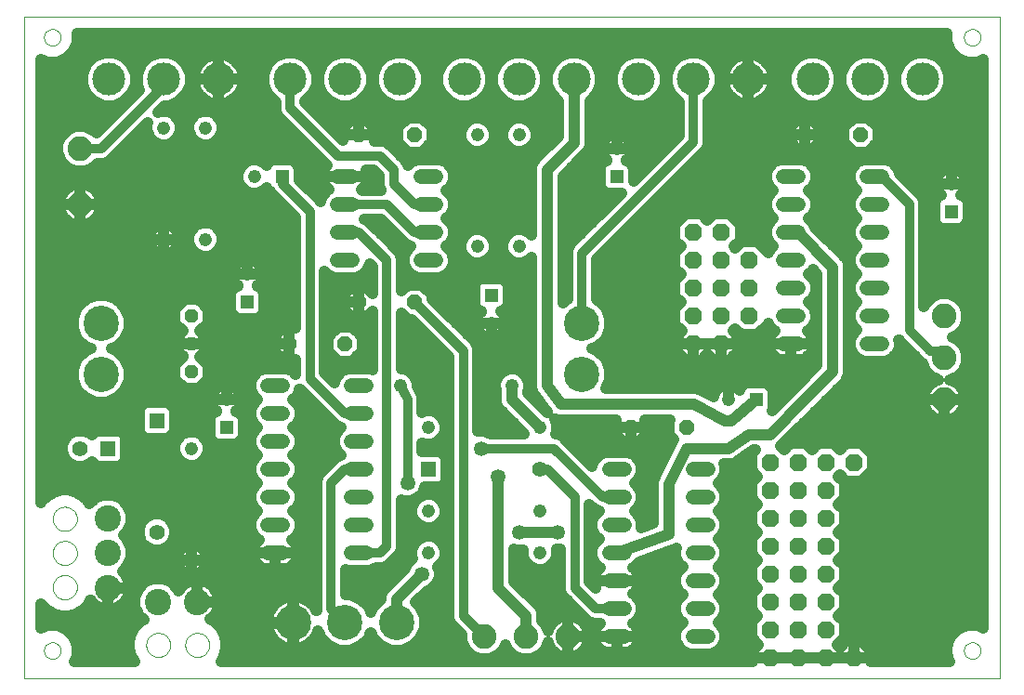
<source format=gtl>
G75*
G70*
%OFA0B0*%
%FSLAX24Y24*%
%IPPOS*%
%LPD*%
%AMOC8*
5,1,8,0,0,1.08239X$1,22.5*
%
%ADD10C,0.0000*%
%ADD11C,0.0520*%
%ADD12R,0.0476X0.0476*%
%ADD13C,0.0476*%
%ADD14C,0.1181*%
%ADD15OC8,0.0520*%
%ADD16R,0.0560X0.0560*%
%ADD17C,0.0560*%
%ADD18C,0.1266*%
%ADD19OC8,0.0630*%
%ADD20OC8,0.0476*%
%ADD21C,0.0554*%
%ADD22R,0.0554X0.0554*%
%ADD23C,0.0945*%
%ADD24C,0.0886*%
%ADD25C,0.0400*%
%ADD26C,0.0320*%
%ADD27C,0.0531*%
D10*
X000300Y000800D02*
X000300Y024550D01*
X035300Y024550D01*
X035300Y000800D01*
X000300Y000800D01*
X001005Y001800D02*
X001007Y001834D01*
X001013Y001868D01*
X001023Y001901D01*
X001036Y001932D01*
X001054Y001962D01*
X001074Y001990D01*
X001098Y002015D01*
X001124Y002037D01*
X001152Y002055D01*
X001183Y002071D01*
X001215Y002083D01*
X001249Y002091D01*
X001283Y002095D01*
X001317Y002095D01*
X001351Y002091D01*
X001385Y002083D01*
X001417Y002071D01*
X001447Y002055D01*
X001476Y002037D01*
X001502Y002015D01*
X001526Y001990D01*
X001546Y001962D01*
X001564Y001932D01*
X001577Y001901D01*
X001587Y001868D01*
X001593Y001834D01*
X001595Y001800D01*
X001593Y001766D01*
X001587Y001732D01*
X001577Y001699D01*
X001564Y001668D01*
X001546Y001638D01*
X001526Y001610D01*
X001502Y001585D01*
X001476Y001563D01*
X001448Y001545D01*
X001417Y001529D01*
X001385Y001517D01*
X001351Y001509D01*
X001317Y001505D01*
X001283Y001505D01*
X001249Y001509D01*
X001215Y001517D01*
X001183Y001529D01*
X001152Y001545D01*
X001124Y001563D01*
X001098Y001585D01*
X001074Y001610D01*
X001054Y001638D01*
X001036Y001668D01*
X001023Y001699D01*
X001013Y001732D01*
X001007Y001766D01*
X001005Y001800D01*
X001317Y004075D02*
X001319Y004116D01*
X001325Y004157D01*
X001335Y004197D01*
X001348Y004236D01*
X001365Y004273D01*
X001386Y004309D01*
X001410Y004343D01*
X001437Y004374D01*
X001466Y004402D01*
X001499Y004428D01*
X001533Y004450D01*
X001570Y004469D01*
X001608Y004484D01*
X001648Y004496D01*
X001688Y004504D01*
X001729Y004508D01*
X001771Y004508D01*
X001812Y004504D01*
X001852Y004496D01*
X001892Y004484D01*
X001930Y004469D01*
X001966Y004450D01*
X002001Y004428D01*
X002034Y004402D01*
X002063Y004374D01*
X002090Y004343D01*
X002114Y004309D01*
X002135Y004273D01*
X002152Y004236D01*
X002165Y004197D01*
X002175Y004157D01*
X002181Y004116D01*
X002183Y004075D01*
X002181Y004034D01*
X002175Y003993D01*
X002165Y003953D01*
X002152Y003914D01*
X002135Y003877D01*
X002114Y003841D01*
X002090Y003807D01*
X002063Y003776D01*
X002034Y003748D01*
X002001Y003722D01*
X001967Y003700D01*
X001930Y003681D01*
X001892Y003666D01*
X001852Y003654D01*
X001812Y003646D01*
X001771Y003642D01*
X001729Y003642D01*
X001688Y003646D01*
X001648Y003654D01*
X001608Y003666D01*
X001570Y003681D01*
X001534Y003700D01*
X001499Y003722D01*
X001466Y003748D01*
X001437Y003776D01*
X001410Y003807D01*
X001386Y003841D01*
X001365Y003877D01*
X001348Y003914D01*
X001335Y003953D01*
X001325Y003993D01*
X001319Y004034D01*
X001317Y004075D01*
X001317Y005300D02*
X001319Y005341D01*
X001325Y005382D01*
X001335Y005422D01*
X001348Y005461D01*
X001365Y005498D01*
X001386Y005534D01*
X001410Y005568D01*
X001437Y005599D01*
X001466Y005627D01*
X001499Y005653D01*
X001533Y005675D01*
X001570Y005694D01*
X001608Y005709D01*
X001648Y005721D01*
X001688Y005729D01*
X001729Y005733D01*
X001771Y005733D01*
X001812Y005729D01*
X001852Y005721D01*
X001892Y005709D01*
X001930Y005694D01*
X001966Y005675D01*
X002001Y005653D01*
X002034Y005627D01*
X002063Y005599D01*
X002090Y005568D01*
X002114Y005534D01*
X002135Y005498D01*
X002152Y005461D01*
X002165Y005422D01*
X002175Y005382D01*
X002181Y005341D01*
X002183Y005300D01*
X002181Y005259D01*
X002175Y005218D01*
X002165Y005178D01*
X002152Y005139D01*
X002135Y005102D01*
X002114Y005066D01*
X002090Y005032D01*
X002063Y005001D01*
X002034Y004973D01*
X002001Y004947D01*
X001967Y004925D01*
X001930Y004906D01*
X001892Y004891D01*
X001852Y004879D01*
X001812Y004871D01*
X001771Y004867D01*
X001729Y004867D01*
X001688Y004871D01*
X001648Y004879D01*
X001608Y004891D01*
X001570Y004906D01*
X001534Y004925D01*
X001499Y004947D01*
X001466Y004973D01*
X001437Y005001D01*
X001410Y005032D01*
X001386Y005066D01*
X001365Y005102D01*
X001348Y005139D01*
X001335Y005178D01*
X001325Y005218D01*
X001319Y005259D01*
X001317Y005300D01*
X001317Y006525D02*
X001319Y006566D01*
X001325Y006607D01*
X001335Y006647D01*
X001348Y006686D01*
X001365Y006723D01*
X001386Y006759D01*
X001410Y006793D01*
X001437Y006824D01*
X001466Y006852D01*
X001499Y006878D01*
X001533Y006900D01*
X001570Y006919D01*
X001608Y006934D01*
X001648Y006946D01*
X001688Y006954D01*
X001729Y006958D01*
X001771Y006958D01*
X001812Y006954D01*
X001852Y006946D01*
X001892Y006934D01*
X001930Y006919D01*
X001966Y006900D01*
X002001Y006878D01*
X002034Y006852D01*
X002063Y006824D01*
X002090Y006793D01*
X002114Y006759D01*
X002135Y006723D01*
X002152Y006686D01*
X002165Y006647D01*
X002175Y006607D01*
X002181Y006566D01*
X002183Y006525D01*
X002181Y006484D01*
X002175Y006443D01*
X002165Y006403D01*
X002152Y006364D01*
X002135Y006327D01*
X002114Y006291D01*
X002090Y006257D01*
X002063Y006226D01*
X002034Y006198D01*
X002001Y006172D01*
X001967Y006150D01*
X001930Y006131D01*
X001892Y006116D01*
X001852Y006104D01*
X001812Y006096D01*
X001771Y006092D01*
X001729Y006092D01*
X001688Y006096D01*
X001648Y006104D01*
X001608Y006116D01*
X001570Y006131D01*
X001534Y006150D01*
X001499Y006172D01*
X001466Y006198D01*
X001437Y006226D01*
X001410Y006257D01*
X001386Y006291D01*
X001365Y006327D01*
X001348Y006364D01*
X001335Y006403D01*
X001325Y006443D01*
X001319Y006484D01*
X001317Y006525D01*
X004667Y002000D02*
X004669Y002041D01*
X004675Y002082D01*
X004685Y002122D01*
X004698Y002161D01*
X004715Y002198D01*
X004736Y002234D01*
X004760Y002268D01*
X004787Y002299D01*
X004816Y002327D01*
X004849Y002353D01*
X004883Y002375D01*
X004920Y002394D01*
X004958Y002409D01*
X004998Y002421D01*
X005038Y002429D01*
X005079Y002433D01*
X005121Y002433D01*
X005162Y002429D01*
X005202Y002421D01*
X005242Y002409D01*
X005280Y002394D01*
X005316Y002375D01*
X005351Y002353D01*
X005384Y002327D01*
X005413Y002299D01*
X005440Y002268D01*
X005464Y002234D01*
X005485Y002198D01*
X005502Y002161D01*
X005515Y002122D01*
X005525Y002082D01*
X005531Y002041D01*
X005533Y002000D01*
X005531Y001959D01*
X005525Y001918D01*
X005515Y001878D01*
X005502Y001839D01*
X005485Y001802D01*
X005464Y001766D01*
X005440Y001732D01*
X005413Y001701D01*
X005384Y001673D01*
X005351Y001647D01*
X005317Y001625D01*
X005280Y001606D01*
X005242Y001591D01*
X005202Y001579D01*
X005162Y001571D01*
X005121Y001567D01*
X005079Y001567D01*
X005038Y001571D01*
X004998Y001579D01*
X004958Y001591D01*
X004920Y001606D01*
X004884Y001625D01*
X004849Y001647D01*
X004816Y001673D01*
X004787Y001701D01*
X004760Y001732D01*
X004736Y001766D01*
X004715Y001802D01*
X004698Y001839D01*
X004685Y001878D01*
X004675Y001918D01*
X004669Y001959D01*
X004667Y002000D01*
X006067Y002000D02*
X006069Y002041D01*
X006075Y002082D01*
X006085Y002122D01*
X006098Y002161D01*
X006115Y002198D01*
X006136Y002234D01*
X006160Y002268D01*
X006187Y002299D01*
X006216Y002327D01*
X006249Y002353D01*
X006283Y002375D01*
X006320Y002394D01*
X006358Y002409D01*
X006398Y002421D01*
X006438Y002429D01*
X006479Y002433D01*
X006521Y002433D01*
X006562Y002429D01*
X006602Y002421D01*
X006642Y002409D01*
X006680Y002394D01*
X006716Y002375D01*
X006751Y002353D01*
X006784Y002327D01*
X006813Y002299D01*
X006840Y002268D01*
X006864Y002234D01*
X006885Y002198D01*
X006902Y002161D01*
X006915Y002122D01*
X006925Y002082D01*
X006931Y002041D01*
X006933Y002000D01*
X006931Y001959D01*
X006925Y001918D01*
X006915Y001878D01*
X006902Y001839D01*
X006885Y001802D01*
X006864Y001766D01*
X006840Y001732D01*
X006813Y001701D01*
X006784Y001673D01*
X006751Y001647D01*
X006717Y001625D01*
X006680Y001606D01*
X006642Y001591D01*
X006602Y001579D01*
X006562Y001571D01*
X006521Y001567D01*
X006479Y001567D01*
X006438Y001571D01*
X006398Y001579D01*
X006358Y001591D01*
X006320Y001606D01*
X006284Y001625D01*
X006249Y001647D01*
X006216Y001673D01*
X006187Y001701D01*
X006160Y001732D01*
X006136Y001766D01*
X006115Y001802D01*
X006098Y001839D01*
X006085Y001878D01*
X006075Y001918D01*
X006069Y001959D01*
X006067Y002000D01*
X034005Y001800D02*
X034007Y001834D01*
X034013Y001868D01*
X034023Y001901D01*
X034036Y001932D01*
X034054Y001962D01*
X034074Y001990D01*
X034098Y002015D01*
X034124Y002037D01*
X034152Y002055D01*
X034183Y002071D01*
X034215Y002083D01*
X034249Y002091D01*
X034283Y002095D01*
X034317Y002095D01*
X034351Y002091D01*
X034385Y002083D01*
X034417Y002071D01*
X034447Y002055D01*
X034476Y002037D01*
X034502Y002015D01*
X034526Y001990D01*
X034546Y001962D01*
X034564Y001932D01*
X034577Y001901D01*
X034587Y001868D01*
X034593Y001834D01*
X034595Y001800D01*
X034593Y001766D01*
X034587Y001732D01*
X034577Y001699D01*
X034564Y001668D01*
X034546Y001638D01*
X034526Y001610D01*
X034502Y001585D01*
X034476Y001563D01*
X034448Y001545D01*
X034417Y001529D01*
X034385Y001517D01*
X034351Y001509D01*
X034317Y001505D01*
X034283Y001505D01*
X034249Y001509D01*
X034215Y001517D01*
X034183Y001529D01*
X034152Y001545D01*
X034124Y001563D01*
X034098Y001585D01*
X034074Y001610D01*
X034054Y001638D01*
X034036Y001668D01*
X034023Y001699D01*
X034013Y001732D01*
X034007Y001766D01*
X034005Y001800D01*
X034005Y023800D02*
X034007Y023834D01*
X034013Y023868D01*
X034023Y023901D01*
X034036Y023932D01*
X034054Y023962D01*
X034074Y023990D01*
X034098Y024015D01*
X034124Y024037D01*
X034152Y024055D01*
X034183Y024071D01*
X034215Y024083D01*
X034249Y024091D01*
X034283Y024095D01*
X034317Y024095D01*
X034351Y024091D01*
X034385Y024083D01*
X034417Y024071D01*
X034447Y024055D01*
X034476Y024037D01*
X034502Y024015D01*
X034526Y023990D01*
X034546Y023962D01*
X034564Y023932D01*
X034577Y023901D01*
X034587Y023868D01*
X034593Y023834D01*
X034595Y023800D01*
X034593Y023766D01*
X034587Y023732D01*
X034577Y023699D01*
X034564Y023668D01*
X034546Y023638D01*
X034526Y023610D01*
X034502Y023585D01*
X034476Y023563D01*
X034448Y023545D01*
X034417Y023529D01*
X034385Y023517D01*
X034351Y023509D01*
X034317Y023505D01*
X034283Y023505D01*
X034249Y023509D01*
X034215Y023517D01*
X034183Y023529D01*
X034152Y023545D01*
X034124Y023563D01*
X034098Y023585D01*
X034074Y023610D01*
X034054Y023638D01*
X034036Y023668D01*
X034023Y023699D01*
X034013Y023732D01*
X034007Y023766D01*
X034005Y023800D01*
X001005Y023800D02*
X001007Y023834D01*
X001013Y023868D01*
X001023Y023901D01*
X001036Y023932D01*
X001054Y023962D01*
X001074Y023990D01*
X001098Y024015D01*
X001124Y024037D01*
X001152Y024055D01*
X001183Y024071D01*
X001215Y024083D01*
X001249Y024091D01*
X001283Y024095D01*
X001317Y024095D01*
X001351Y024091D01*
X001385Y024083D01*
X001417Y024071D01*
X001447Y024055D01*
X001476Y024037D01*
X001502Y024015D01*
X001526Y023990D01*
X001546Y023962D01*
X001564Y023932D01*
X001577Y023901D01*
X001587Y023868D01*
X001593Y023834D01*
X001595Y023800D01*
X001593Y023766D01*
X001587Y023732D01*
X001577Y023699D01*
X001564Y023668D01*
X001546Y023638D01*
X001526Y023610D01*
X001502Y023585D01*
X001476Y023563D01*
X001448Y023545D01*
X001417Y023529D01*
X001385Y023517D01*
X001351Y023509D01*
X001317Y023505D01*
X001283Y023505D01*
X001249Y023509D01*
X001215Y023517D01*
X001183Y023529D01*
X001152Y023545D01*
X001124Y023563D01*
X001098Y023585D01*
X001074Y023610D01*
X001054Y023638D01*
X001036Y023668D01*
X001023Y023699D01*
X001013Y023732D01*
X001007Y023766D01*
X001005Y023800D01*
D11*
X011540Y018800D02*
X012060Y018800D01*
X012060Y017800D02*
X011540Y017800D01*
X011540Y016800D02*
X012060Y016800D01*
X012060Y015800D02*
X011540Y015800D01*
X014540Y015800D02*
X015060Y015800D01*
X015060Y016800D02*
X014540Y016800D01*
X014540Y017800D02*
X015060Y017800D01*
X015060Y018800D02*
X014540Y018800D01*
X012560Y011300D02*
X012040Y011300D01*
X012040Y010300D02*
X012560Y010300D01*
X012560Y009300D02*
X012040Y009300D01*
X012040Y008300D02*
X012560Y008300D01*
X012560Y007300D02*
X012040Y007300D01*
X012040Y006300D02*
X012560Y006300D01*
X012560Y005300D02*
X012040Y005300D01*
X009560Y005300D02*
X009040Y005300D01*
X009040Y006300D02*
X009560Y006300D01*
X009560Y007300D02*
X009040Y007300D01*
X009040Y008300D02*
X009560Y008300D01*
X009560Y009300D02*
X009040Y009300D01*
X009040Y010300D02*
X009560Y010300D01*
X009560Y011300D02*
X009040Y011300D01*
X021290Y008300D02*
X021810Y008300D01*
X021810Y007300D02*
X021290Y007300D01*
X021290Y006300D02*
X021810Y006300D01*
X021810Y005300D02*
X021290Y005300D01*
X021290Y004300D02*
X021810Y004300D01*
X021810Y003300D02*
X021290Y003300D01*
X021290Y002300D02*
X021810Y002300D01*
X024290Y002300D02*
X024810Y002300D01*
X024810Y003300D02*
X024290Y003300D01*
X024290Y004300D02*
X024810Y004300D01*
X024810Y005300D02*
X024290Y005300D01*
X024290Y006300D02*
X024810Y006300D01*
X024810Y007300D02*
X024290Y007300D01*
X024290Y008300D02*
X024810Y008300D01*
X027540Y012800D02*
X028060Y012800D01*
X028060Y013800D02*
X027540Y013800D01*
X027540Y014800D02*
X028060Y014800D01*
X028060Y015800D02*
X027540Y015800D01*
X027540Y016800D02*
X028060Y016800D01*
X028060Y017800D02*
X027540Y017800D01*
X027540Y018800D02*
X028060Y018800D01*
X030540Y018800D02*
X031060Y018800D01*
X031060Y017800D02*
X030540Y017800D01*
X030540Y016800D02*
X031060Y016800D01*
X031060Y015800D02*
X030540Y015800D01*
X030540Y014800D02*
X031060Y014800D01*
X031060Y013800D02*
X030540Y013800D01*
X030540Y012800D02*
X031060Y012800D01*
D12*
X026550Y010800D03*
X033550Y017550D03*
X021550Y018800D03*
X017050Y014550D03*
X009550Y018800D03*
X008300Y014300D03*
X007550Y009800D03*
D13*
X007550Y010800D03*
X006300Y009050D03*
X006300Y005050D03*
X014800Y005300D03*
X014800Y006800D03*
X018800Y006800D03*
X018800Y005300D03*
X018800Y009800D03*
X017800Y011300D03*
X014800Y009800D03*
X013800Y011300D03*
X017050Y013550D03*
X016550Y016300D03*
X018050Y016300D03*
X021550Y019800D03*
X018050Y020300D03*
X016550Y020300D03*
X008550Y018800D03*
X006800Y020550D03*
X005300Y020550D03*
X005300Y016550D03*
X006800Y016550D03*
X008300Y015300D03*
X025550Y010800D03*
X033550Y018550D03*
D14*
X032519Y022300D03*
X030550Y022300D03*
X028581Y022300D03*
X026269Y022300D03*
X024300Y022300D03*
X022331Y022300D03*
X020019Y022300D03*
X018050Y022300D03*
X016081Y022300D03*
X013769Y022300D03*
X011800Y022300D03*
X009831Y022300D03*
X007269Y022300D03*
X005300Y022300D03*
X003331Y022300D03*
D15*
X012300Y020300D03*
X014300Y020300D03*
X014300Y014300D03*
X012300Y014300D03*
X011800Y012800D03*
X009800Y012800D03*
X022050Y009800D03*
X024050Y009800D03*
X028300Y020300D03*
X030300Y020300D03*
D16*
X014800Y008300D03*
X005050Y010050D03*
D17*
X005050Y006050D03*
X018800Y008300D03*
D18*
X020300Y011700D03*
X020300Y013550D03*
X013650Y002800D03*
X011800Y002800D03*
X009950Y002800D03*
X003050Y011700D03*
X003050Y013550D03*
D19*
X024300Y013800D03*
X025300Y013800D03*
X026300Y013800D03*
X026300Y014800D03*
X025300Y014800D03*
X024300Y014800D03*
X024300Y015800D03*
X025300Y015800D03*
X026300Y015800D03*
X025300Y016800D03*
X024300Y016800D03*
X024300Y012800D03*
X025300Y012800D03*
X027050Y008550D03*
X028050Y008550D03*
X029050Y008550D03*
X030050Y008550D03*
X029050Y007550D03*
X028050Y007550D03*
X027050Y007550D03*
X027050Y006550D03*
X028050Y006550D03*
X029050Y006550D03*
X029050Y005550D03*
X028050Y005550D03*
X027050Y005550D03*
X027050Y004550D03*
X028050Y004550D03*
X029050Y004550D03*
X029050Y003550D03*
X028050Y003550D03*
X027050Y003550D03*
X027050Y002550D03*
X028050Y002550D03*
X029050Y002550D03*
X029050Y001550D03*
X028050Y001550D03*
X027050Y001550D03*
X030050Y001550D03*
D20*
X006300Y011800D03*
X006300Y012800D03*
X006300Y013800D03*
D21*
X002300Y009050D03*
D22*
X003300Y009050D03*
D23*
X003300Y006550D03*
X003300Y005300D03*
X003300Y004050D03*
X005100Y003550D03*
X006500Y003550D03*
D24*
X016800Y002300D03*
X018300Y002300D03*
X019800Y002300D03*
X033300Y010800D03*
X033300Y012300D03*
X033300Y013800D03*
X002300Y017800D03*
X002300Y019800D03*
D25*
X002875Y020360D02*
X002755Y020481D01*
X002460Y020603D01*
X002140Y020603D01*
X001845Y020481D01*
X001619Y020255D01*
X001497Y019960D01*
X001497Y019640D01*
X001619Y019345D01*
X001845Y019119D01*
X002140Y018997D01*
X002460Y018997D01*
X002755Y019119D01*
X002915Y019280D01*
X003153Y019280D01*
X003345Y019359D01*
X003491Y019505D01*
X004736Y020751D01*
X004702Y020669D01*
X004702Y020431D01*
X004793Y020211D01*
X004961Y020043D01*
X005181Y019952D01*
X005419Y019952D01*
X005639Y020043D01*
X005807Y020211D01*
X005898Y020431D01*
X005898Y020669D01*
X005807Y020889D01*
X005639Y021057D01*
X005419Y021148D01*
X005181Y021148D01*
X005099Y021114D01*
X005335Y021349D01*
X005489Y021349D01*
X005838Y021494D01*
X006106Y021762D01*
X006251Y022111D01*
X006251Y022489D01*
X006106Y022838D01*
X005838Y023106D01*
X005489Y023251D01*
X005111Y023251D01*
X004762Y023106D01*
X004494Y022838D01*
X004349Y022489D01*
X004349Y022111D01*
X004430Y021916D01*
X002875Y020360D01*
X003240Y020725D02*
X000900Y020725D01*
X000900Y020327D02*
X001691Y020327D01*
X001497Y019928D02*
X000900Y019928D01*
X000900Y019530D02*
X001543Y019530D01*
X001833Y019131D02*
X000900Y019131D01*
X000900Y018733D02*
X007952Y018733D01*
X007952Y018681D02*
X008043Y018461D01*
X008211Y018293D01*
X008431Y018202D01*
X008669Y018202D01*
X008889Y018293D01*
X008991Y018396D01*
X009007Y018358D01*
X009108Y018257D01*
X009109Y018257D01*
X009109Y018255D01*
X010030Y017335D01*
X010030Y013360D01*
X009800Y013360D01*
X009800Y012800D01*
X009800Y012800D01*
X009800Y012240D01*
X010030Y012240D01*
X010030Y011707D01*
X009911Y011826D01*
X009683Y011920D01*
X008917Y011920D01*
X008689Y011826D01*
X008514Y011651D01*
X008420Y011423D01*
X008420Y011177D01*
X008514Y010949D01*
X008663Y010800D01*
X008514Y010651D01*
X008420Y010423D01*
X008420Y010177D01*
X008514Y009949D01*
X008663Y009800D01*
X008514Y009651D01*
X008420Y009423D01*
X008420Y009177D01*
X008514Y008949D01*
X008663Y008800D01*
X008514Y008651D01*
X008420Y008423D01*
X008420Y008177D01*
X008514Y007949D01*
X008663Y007800D01*
X008514Y007651D01*
X008420Y007423D01*
X008420Y007177D01*
X008514Y006949D01*
X008663Y006800D01*
X008514Y006651D01*
X008420Y006423D01*
X008420Y006177D01*
X008514Y005949D01*
X008689Y005774D01*
X008722Y005761D01*
X008675Y005727D01*
X008613Y005665D01*
X008561Y005594D01*
X008521Y005515D01*
X008494Y005431D01*
X008480Y005344D01*
X008480Y005300D01*
X009300Y005300D01*
X010120Y005300D01*
X010120Y005344D01*
X010106Y005431D01*
X010079Y005515D01*
X010039Y005594D01*
X009987Y005665D01*
X009925Y005727D01*
X009878Y005761D01*
X009911Y005774D01*
X010086Y005949D01*
X010180Y006177D01*
X010180Y006423D01*
X010086Y006651D01*
X009937Y006800D01*
X010086Y006949D01*
X010180Y007177D01*
X010180Y007423D01*
X010086Y007651D01*
X009937Y007800D01*
X010086Y007949D01*
X010180Y008177D01*
X010180Y008423D01*
X010086Y008651D01*
X009937Y008800D01*
X010086Y008949D01*
X010180Y009177D01*
X010180Y009423D01*
X010086Y009651D01*
X009937Y009800D01*
X010086Y009949D01*
X010180Y010177D01*
X010180Y010423D01*
X010086Y010651D01*
X009937Y010800D01*
X010086Y010949D01*
X010180Y011177D01*
X010180Y011185D01*
X011359Y010005D01*
X011505Y009859D01*
X011659Y009796D01*
X011514Y009651D01*
X011420Y009423D01*
X011420Y009177D01*
X011514Y008949D01*
X011659Y008804D01*
X011505Y008741D01*
X011005Y008241D01*
X010859Y008095D01*
X010780Y007903D01*
X010780Y003226D01*
X010768Y003252D01*
X010712Y003341D01*
X010646Y003423D01*
X010572Y003497D01*
X010490Y003562D01*
X010402Y003618D01*
X010307Y003663D01*
X010208Y003698D01*
X010106Y003721D01*
X010002Y003733D01*
X009966Y003733D01*
X009966Y002817D01*
X009933Y002817D01*
X009933Y003733D01*
X009897Y003733D01*
X009793Y003721D01*
X009691Y003698D01*
X009592Y003663D01*
X009498Y003618D01*
X009409Y003562D01*
X009327Y003497D01*
X009253Y003423D01*
X009187Y003341D01*
X009132Y003252D01*
X009086Y003158D01*
X009052Y003059D01*
X009028Y002957D01*
X009017Y002852D01*
X009017Y002817D01*
X009933Y002817D01*
X009933Y002783D01*
X009966Y002783D01*
X009966Y001867D01*
X010002Y001867D01*
X010106Y001879D01*
X010208Y001902D01*
X010307Y001937D01*
X010402Y001982D01*
X010490Y002038D01*
X010572Y002103D01*
X010646Y002177D01*
X010712Y002259D01*
X010768Y002348D01*
X010813Y002442D01*
X010841Y002521D01*
X010958Y002237D01*
X011237Y001958D01*
X011602Y001807D01*
X011998Y001807D01*
X012363Y001958D01*
X012642Y002237D01*
X012725Y002439D01*
X012809Y002237D01*
X013088Y001958D01*
X013453Y001807D01*
X013848Y001807D01*
X014213Y001958D01*
X014492Y002237D01*
X014643Y002602D01*
X014643Y002998D01*
X014492Y003363D01*
X014323Y003531D01*
X014746Y003954D01*
X014904Y004020D01*
X015080Y004196D01*
X015176Y004426D01*
X015176Y004674D01*
X015128Y004789D01*
X015139Y004793D01*
X015307Y004961D01*
X015398Y005181D01*
X015398Y005419D01*
X015307Y005639D01*
X015139Y005807D01*
X014919Y005898D01*
X014681Y005898D01*
X014461Y005807D01*
X014293Y005639D01*
X014202Y005419D01*
X014202Y005181D01*
X014237Y005098D01*
X014196Y005080D01*
X014020Y004904D01*
X013954Y004746D01*
X013176Y003968D01*
X013090Y003762D01*
X013090Y003643D01*
X013088Y003642D01*
X012809Y003363D01*
X012725Y003161D01*
X012642Y003363D01*
X012363Y003642D01*
X011998Y003793D01*
X011820Y003793D01*
X011820Y004720D01*
X011917Y004680D01*
X012683Y004680D01*
X012911Y004774D01*
X012917Y004780D01*
X013153Y004780D01*
X013345Y004859D01*
X013491Y005005D01*
X013741Y005255D01*
X013820Y005447D01*
X013820Y007218D01*
X013926Y007174D01*
X014174Y007174D01*
X014404Y007270D01*
X014580Y007446D01*
X014669Y007660D01*
X015152Y007660D01*
X015284Y007715D01*
X015385Y007816D01*
X015440Y007948D01*
X015440Y008652D01*
X015385Y008784D01*
X015284Y008885D01*
X015152Y008940D01*
X014570Y008940D01*
X014570Y009248D01*
X014681Y009202D01*
X014919Y009202D01*
X015139Y009293D01*
X015307Y009461D01*
X015398Y009681D01*
X015398Y009919D01*
X015307Y010139D01*
X015139Y010307D01*
X014919Y010398D01*
X014681Y010398D01*
X014570Y010352D01*
X014570Y010716D01*
X014576Y010734D01*
X014570Y010818D01*
X014570Y010903D01*
X014563Y010921D01*
X014561Y010940D01*
X014523Y011016D01*
X014491Y011095D01*
X014477Y011108D01*
X014398Y011267D01*
X014398Y011419D01*
X014307Y011639D01*
X014139Y011807D01*
X013919Y011898D01*
X013820Y011898D01*
X013820Y013903D01*
X014043Y013680D01*
X014185Y013680D01*
X015530Y012335D01*
X015530Y002947D01*
X015609Y002755D01*
X015997Y002368D01*
X015997Y002140D01*
X016119Y001845D01*
X016345Y001619D01*
X016640Y001497D01*
X016960Y001497D01*
X017255Y001619D01*
X017481Y001845D01*
X017550Y002013D01*
X017619Y001845D01*
X017845Y001619D01*
X018140Y001497D01*
X018460Y001497D01*
X018755Y001619D01*
X018981Y001845D01*
X019085Y002097D01*
X019095Y002061D01*
X019132Y001971D01*
X019181Y001886D01*
X019240Y001809D01*
X019309Y001740D01*
X019386Y001681D01*
X019471Y001632D01*
X019561Y001595D01*
X019655Y001570D01*
X019751Y001557D01*
X019800Y001557D01*
X019849Y001557D01*
X019945Y001570D01*
X020039Y001595D01*
X020129Y001632D01*
X020214Y001681D01*
X020291Y001740D01*
X020360Y001809D01*
X020419Y001886D01*
X020468Y001971D01*
X020505Y002061D01*
X020530Y002155D01*
X020543Y002251D01*
X020543Y002300D01*
X020543Y002349D01*
X020530Y002445D01*
X020505Y002539D01*
X020468Y002629D01*
X020419Y002714D01*
X020360Y002791D01*
X020291Y002860D01*
X020214Y002919D01*
X020129Y002968D01*
X020039Y003005D01*
X019945Y003030D01*
X019849Y003043D01*
X019800Y003043D01*
X019751Y003043D01*
X019655Y003030D01*
X019561Y003005D01*
X019471Y002968D01*
X019386Y002919D01*
X019309Y002860D01*
X019240Y002791D01*
X019181Y002714D01*
X019132Y002629D01*
X019095Y002539D01*
X019085Y002503D01*
X018981Y002755D01*
X018860Y002875D01*
X018860Y003161D01*
X018775Y003367D01*
X017860Y004282D01*
X017860Y005446D01*
X017936Y005414D01*
X018184Y005414D01*
X018204Y005422D01*
X018202Y005419D01*
X018202Y005181D01*
X018293Y004961D01*
X018461Y004793D01*
X018681Y004702D01*
X018919Y004702D01*
X019139Y004793D01*
X019307Y004961D01*
X019398Y005181D01*
X019398Y005419D01*
X019396Y005424D01*
X019530Y005424D01*
X019530Y003947D01*
X019609Y003755D01*
X020359Y003005D01*
X020505Y002859D01*
X020697Y002780D01*
X020933Y002780D01*
X020939Y002774D01*
X020972Y002761D01*
X020925Y002727D01*
X020863Y002665D01*
X020811Y002594D01*
X020771Y002515D01*
X020744Y002431D01*
X020730Y002344D01*
X020730Y002300D01*
X021550Y002300D01*
X022370Y002300D01*
X022370Y002344D01*
X022356Y002431D01*
X022329Y002515D01*
X022289Y002594D01*
X022237Y002665D01*
X022175Y002727D01*
X022128Y002761D01*
X022161Y002774D01*
X022336Y002949D01*
X022430Y003177D01*
X022430Y003423D01*
X022336Y003651D01*
X022161Y003826D01*
X022128Y003839D01*
X022175Y003873D01*
X022237Y003935D01*
X022289Y004006D01*
X022329Y004085D01*
X022356Y004169D01*
X022370Y004256D01*
X022370Y004300D01*
X022370Y004344D01*
X022356Y004431D01*
X022329Y004515D01*
X022289Y004594D01*
X022237Y004665D01*
X022175Y004727D01*
X022128Y004761D01*
X022161Y004774D01*
X022336Y004949D01*
X022352Y004989D01*
X023516Y005400D01*
X023531Y005400D01*
X023620Y005437D01*
X023685Y005460D01*
X023670Y005423D01*
X023670Y005177D01*
X023764Y004949D01*
X023913Y004800D01*
X023764Y004651D01*
X023670Y004423D01*
X023670Y004177D01*
X023764Y003949D01*
X023913Y003800D01*
X023764Y003651D01*
X023670Y003423D01*
X023670Y003177D01*
X023764Y002949D01*
X023913Y002800D01*
X023764Y002651D01*
X023670Y002423D01*
X023670Y002177D01*
X023764Y001949D01*
X023939Y001774D01*
X024167Y001680D01*
X024933Y001680D01*
X025161Y001774D01*
X025336Y001949D01*
X025430Y002177D01*
X025430Y002423D01*
X025336Y002651D01*
X025187Y002800D01*
X025336Y002949D01*
X025430Y003177D01*
X025430Y003423D01*
X025336Y003651D01*
X025187Y003800D01*
X025336Y003949D01*
X025430Y004177D01*
X025430Y004423D01*
X025336Y004651D01*
X025187Y004800D01*
X025336Y004949D01*
X025430Y005177D01*
X025430Y005423D01*
X025336Y005651D01*
X025187Y005800D01*
X025336Y005949D01*
X025430Y006177D01*
X025430Y006423D01*
X025336Y006651D01*
X025187Y006800D01*
X025336Y006949D01*
X025430Y007177D01*
X025430Y007423D01*
X025336Y007651D01*
X025187Y007800D01*
X025336Y007949D01*
X025430Y008177D01*
X025430Y008423D01*
X025402Y008490D01*
X025495Y008490D01*
X025549Y008479D01*
X025605Y008490D01*
X025661Y008490D01*
X025713Y008511D01*
X025768Y008522D01*
X025815Y008554D01*
X025867Y008575D01*
X025907Y008615D01*
X026470Y008990D01*
X026535Y008990D01*
X026375Y008830D01*
X026375Y008270D01*
X026595Y008050D01*
X026375Y007830D01*
X026375Y007270D01*
X026595Y007050D01*
X026375Y006830D01*
X026375Y006270D01*
X026595Y006050D01*
X026375Y005830D01*
X026375Y005270D01*
X026595Y005050D01*
X026375Y004830D01*
X026375Y004270D01*
X026595Y004050D01*
X026375Y003830D01*
X026375Y003270D01*
X026595Y003050D01*
X026375Y002830D01*
X026375Y002270D01*
X026638Y002008D01*
X026435Y001805D01*
X026435Y001550D01*
X027050Y001550D01*
X028050Y001550D01*
X029050Y001550D01*
X030050Y001550D01*
X030050Y001550D01*
X030050Y002165D01*
X030305Y002165D01*
X030665Y001805D01*
X030665Y001550D01*
X030050Y001550D01*
X030050Y001550D01*
X030050Y001550D01*
X030050Y002165D01*
X029795Y002165D01*
X029550Y001920D01*
X029462Y002008D01*
X029725Y002270D01*
X029725Y002830D01*
X029505Y003050D01*
X029725Y003270D01*
X029725Y003830D01*
X029505Y004050D01*
X029725Y004270D01*
X029725Y004830D01*
X029505Y005050D01*
X029725Y005270D01*
X029725Y005830D01*
X029505Y006050D01*
X029725Y006270D01*
X029725Y006830D01*
X029505Y007050D01*
X029725Y007270D01*
X029725Y007830D01*
X029505Y008050D01*
X029550Y008095D01*
X029770Y007875D01*
X030330Y007875D01*
X030725Y008270D01*
X030725Y008830D01*
X030330Y009225D01*
X029770Y009225D01*
X029550Y009005D01*
X029330Y009225D01*
X028770Y009225D01*
X028550Y009005D01*
X028330Y009225D01*
X027770Y009225D01*
X027550Y009005D01*
X027423Y009131D01*
X027525Y009233D01*
X028775Y010483D01*
X029775Y011483D01*
X029860Y011689D01*
X029860Y015661D01*
X029775Y015867D01*
X029617Y016025D01*
X028653Y016989D01*
X028586Y017151D01*
X028437Y017300D01*
X028586Y017449D01*
X028680Y017677D01*
X028680Y017923D01*
X028586Y018151D01*
X028437Y018300D01*
X028586Y018449D01*
X028680Y018677D01*
X028680Y018923D01*
X028586Y019151D01*
X028411Y019326D01*
X028183Y019420D01*
X027417Y019420D01*
X027189Y019326D01*
X027014Y019151D01*
X026920Y018923D01*
X026920Y018677D01*
X027014Y018449D01*
X027163Y018300D01*
X027014Y018151D01*
X026920Y017923D01*
X026920Y017677D01*
X027014Y017449D01*
X027163Y017300D01*
X027014Y017151D01*
X026920Y016923D01*
X026920Y016677D01*
X027014Y016449D01*
X027163Y016300D01*
X027014Y016151D01*
X026975Y016056D01*
X026975Y016080D01*
X026580Y016475D01*
X026020Y016475D01*
X025800Y016255D01*
X025755Y016300D01*
X025975Y016520D01*
X025975Y017080D01*
X025580Y017475D01*
X025020Y017475D01*
X024800Y017255D01*
X024580Y017475D01*
X024020Y017475D01*
X023625Y017080D01*
X023625Y016520D01*
X023845Y016300D01*
X023625Y016080D01*
X023625Y015520D01*
X023845Y015300D01*
X023625Y015080D01*
X023625Y014520D01*
X023845Y014300D01*
X023625Y014080D01*
X023625Y013520D01*
X023888Y013258D01*
X023685Y013055D01*
X023685Y012800D01*
X024300Y012800D01*
X025300Y012800D01*
X025915Y012800D01*
X025915Y013055D01*
X025712Y013258D01*
X025800Y013345D01*
X026020Y013125D01*
X026580Y013125D01*
X026975Y013520D01*
X026975Y013544D01*
X027014Y013449D01*
X027189Y013274D01*
X027222Y013261D01*
X027175Y013227D01*
X027113Y013165D01*
X027061Y013094D01*
X027021Y013015D01*
X026994Y012931D01*
X026980Y012844D01*
X026980Y012800D01*
X027800Y012800D01*
X028620Y012800D01*
X028620Y012844D01*
X028606Y012931D01*
X028579Y013015D01*
X028539Y013094D01*
X028487Y013165D01*
X028425Y013227D01*
X028378Y013261D01*
X028411Y013274D01*
X028586Y013449D01*
X028680Y013677D01*
X028680Y013923D01*
X028586Y014151D01*
X028437Y014300D01*
X028586Y014449D01*
X028680Y014677D01*
X028680Y014923D01*
X028586Y015151D01*
X028437Y015300D01*
X028586Y015449D01*
X028593Y015466D01*
X028740Y015318D01*
X028740Y012032D01*
X027983Y011275D01*
X027112Y010404D01*
X027148Y010491D01*
X027148Y011109D01*
X027093Y011242D01*
X026992Y011343D01*
X026859Y011398D01*
X026241Y011398D01*
X026108Y011343D01*
X026007Y011242D01*
X025966Y011142D01*
X025960Y011150D01*
X025900Y011210D01*
X025832Y011260D01*
X025756Y011298D01*
X025676Y011325D01*
X025592Y011338D01*
X025550Y011338D01*
X025550Y010800D01*
X025550Y010800D01*
X025550Y011338D01*
X025508Y011338D01*
X025424Y011325D01*
X025344Y011298D01*
X025268Y011260D01*
X025200Y011210D01*
X025140Y011150D01*
X025090Y011082D01*
X025052Y011006D01*
X025025Y010926D01*
X025020Y010892D01*
X024660Y011092D01*
X024636Y011115D01*
X024563Y011145D01*
X024494Y011184D01*
X024461Y011188D01*
X024430Y011200D01*
X024351Y011200D01*
X024273Y011209D01*
X024241Y011200D01*
X021165Y011193D01*
X021293Y011502D01*
X021293Y011897D01*
X021142Y012262D01*
X020863Y012541D01*
X020661Y012625D01*
X020863Y012708D01*
X021142Y012987D01*
X021293Y013352D01*
X021293Y013748D01*
X021142Y014113D01*
X020863Y014392D01*
X020820Y014409D01*
X020820Y015835D01*
X024741Y019755D01*
X024820Y019947D01*
X024820Y021487D01*
X024838Y021494D01*
X025106Y021762D01*
X025251Y022111D01*
X025251Y022489D01*
X025106Y022838D01*
X024838Y023106D01*
X024489Y023251D01*
X024111Y023251D01*
X023762Y023106D01*
X023494Y022838D01*
X023349Y022489D01*
X023349Y022111D01*
X023494Y021762D01*
X023762Y021494D01*
X023780Y021487D01*
X023780Y020265D01*
X022148Y018633D01*
X022148Y019109D01*
X022093Y019242D01*
X021992Y019343D01*
X021892Y019384D01*
X021900Y019390D01*
X021960Y019450D01*
X022010Y019518D01*
X022048Y019594D01*
X022075Y019674D01*
X022088Y019758D01*
X022088Y019800D01*
X021550Y019800D01*
X021550Y019800D01*
X021550Y020338D01*
X021508Y020338D01*
X021424Y020325D01*
X021344Y020298D01*
X021268Y020260D01*
X021200Y020210D01*
X021140Y020150D01*
X021090Y020082D01*
X021052Y020006D01*
X021025Y019926D01*
X021012Y019842D01*
X021012Y019800D01*
X021012Y019758D01*
X021025Y019674D01*
X021052Y019594D01*
X021090Y019518D01*
X021140Y019450D01*
X021200Y019390D01*
X021208Y019384D01*
X021108Y019343D01*
X021007Y019242D01*
X020952Y019109D01*
X020952Y018491D01*
X021007Y018358D01*
X021108Y018257D01*
X021241Y018202D01*
X021717Y018202D01*
X020005Y016491D01*
X019859Y016345D01*
X019780Y016153D01*
X019780Y014409D01*
X019737Y014392D01*
X019610Y014264D01*
X019610Y018818D01*
X020493Y019701D01*
X020579Y019907D01*
X020579Y021516D01*
X020824Y021762D01*
X020969Y022111D01*
X020969Y022489D01*
X020824Y022838D01*
X020557Y023106D01*
X020208Y023251D01*
X019829Y023251D01*
X019480Y023106D01*
X019213Y022838D01*
X019068Y022489D01*
X019068Y022111D01*
X019213Y021762D01*
X019459Y021516D01*
X019459Y020250D01*
X018733Y019525D01*
X018733Y019525D01*
X018575Y019367D01*
X018490Y019161D01*
X018490Y016705D01*
X018389Y016807D01*
X018169Y016898D01*
X017931Y016898D01*
X017711Y016807D01*
X017543Y016639D01*
X017452Y016419D01*
X017452Y016181D01*
X017543Y015961D01*
X017711Y015793D01*
X017931Y015702D01*
X018169Y015702D01*
X018389Y015793D01*
X018490Y015895D01*
X018490Y011340D01*
X018480Y011270D01*
X018490Y011230D01*
X018490Y011189D01*
X018517Y011123D01*
X018535Y011054D01*
X018559Y011021D01*
X018575Y010983D01*
X018625Y010933D01*
X019060Y010351D01*
X019065Y010337D01*
X019047Y010345D01*
X018360Y011032D01*
X018360Y011090D01*
X018398Y011181D01*
X018398Y011419D01*
X018307Y011639D01*
X018139Y011807D01*
X017919Y011898D01*
X017681Y011898D01*
X017461Y011807D01*
X017293Y011639D01*
X017202Y011419D01*
X017202Y011181D01*
X017240Y011090D01*
X017240Y010689D01*
X017325Y010483D01*
X018238Y009570D01*
X017035Y009570D01*
X017034Y009570D01*
X016804Y009666D01*
X016570Y009666D01*
X016570Y012653D01*
X016491Y012845D01*
X016345Y012991D01*
X014920Y014415D01*
X014920Y014557D01*
X014557Y014920D01*
X014043Y014920D01*
X013820Y014697D01*
X013820Y015903D01*
X013741Y016095D01*
X013595Y016241D01*
X013345Y016491D01*
X012595Y017241D01*
X012500Y017280D01*
X013085Y017280D01*
X014005Y016359D01*
X014159Y016296D01*
X014014Y016151D01*
X013920Y015923D01*
X013920Y015677D01*
X014014Y015449D01*
X014189Y015274D01*
X014417Y015180D01*
X015183Y015180D01*
X015411Y015274D01*
X015586Y015449D01*
X015680Y015677D01*
X015680Y015923D01*
X015586Y016151D01*
X015437Y016300D01*
X015586Y016449D01*
X015680Y016677D01*
X015680Y016923D01*
X015586Y017151D01*
X015437Y017300D01*
X015586Y017449D01*
X015680Y017677D01*
X015680Y017923D01*
X015586Y018151D01*
X015437Y018300D01*
X015586Y018449D01*
X015680Y018677D01*
X015680Y018923D01*
X015586Y019151D01*
X015411Y019326D01*
X015183Y019420D01*
X014417Y019420D01*
X014189Y019326D01*
X014054Y019191D01*
X013991Y019345D01*
X013845Y019491D01*
X013345Y019991D01*
X013153Y020070D01*
X012860Y020070D01*
X012860Y020300D01*
X012860Y020532D01*
X012532Y020860D01*
X012300Y020860D01*
X012300Y020300D01*
X012300Y020300D01*
X012860Y020300D01*
X012300Y020300D01*
X012300Y020300D01*
X012300Y020300D01*
X011740Y020300D01*
X011740Y020532D01*
X012068Y020860D01*
X012300Y020860D01*
X012300Y020300D01*
X011740Y020300D01*
X011740Y020095D01*
X010351Y021484D01*
X010351Y021487D01*
X010370Y021494D01*
X010637Y021762D01*
X010782Y022111D01*
X010782Y022489D01*
X010637Y022838D01*
X010370Y023106D01*
X010021Y023251D01*
X009642Y023251D01*
X009293Y023106D01*
X009026Y022838D01*
X008881Y022489D01*
X008881Y022111D01*
X009026Y021762D01*
X009293Y021494D01*
X009311Y021487D01*
X009311Y021165D01*
X009391Y020974D01*
X011109Y019255D01*
X011156Y019208D01*
X011113Y019165D01*
X011061Y019094D01*
X011021Y019015D01*
X010994Y018931D01*
X010980Y018844D01*
X010980Y018800D01*
X011800Y018800D01*
X012620Y018800D01*
X012620Y018844D01*
X012606Y018931D01*
X012579Y019015D01*
X012571Y019030D01*
X012835Y019030D01*
X013030Y018835D01*
X013030Y018447D01*
X013082Y018320D01*
X012417Y018320D01*
X012411Y018326D01*
X012378Y018339D01*
X012425Y018373D01*
X012487Y018435D01*
X012539Y018506D01*
X012579Y018585D01*
X012606Y018669D01*
X012620Y018756D01*
X012620Y018800D01*
X011800Y018800D01*
X011800Y018800D01*
X011800Y018800D01*
X010980Y018800D01*
X010980Y018756D01*
X010994Y018669D01*
X011021Y018585D01*
X011061Y018506D01*
X011113Y018435D01*
X011175Y018373D01*
X011222Y018339D01*
X011189Y018326D01*
X011014Y018151D01*
X010920Y017923D01*
X010920Y017915D01*
X010845Y017991D01*
X010845Y017991D01*
X010148Y018688D01*
X010148Y019109D01*
X010093Y019242D01*
X009992Y019343D01*
X009859Y019398D01*
X009241Y019398D01*
X009108Y019343D01*
X009007Y019242D01*
X008991Y019204D01*
X008889Y019307D01*
X008669Y019398D01*
X008431Y019398D01*
X008211Y019307D01*
X008043Y019139D01*
X007952Y018919D01*
X007952Y018681D01*
X008040Y019131D02*
X002767Y019131D01*
X002539Y018505D02*
X002445Y018530D01*
X002349Y018543D01*
X002300Y018543D01*
X002251Y018543D01*
X002155Y018530D01*
X002061Y018505D01*
X001971Y018468D01*
X001886Y018419D01*
X001809Y018360D01*
X001740Y018291D01*
X001681Y018214D01*
X001632Y018129D01*
X001595Y018039D01*
X001570Y017945D01*
X001557Y017849D01*
X001557Y017800D01*
X001557Y017751D01*
X001570Y017655D01*
X001595Y017561D01*
X001632Y017471D01*
X001681Y017386D01*
X001740Y017309D01*
X001809Y017240D01*
X001886Y017181D01*
X001971Y017132D01*
X002061Y017095D01*
X002155Y017070D01*
X002251Y017057D01*
X002300Y017057D01*
X002349Y017057D01*
X002445Y017070D01*
X002539Y017095D01*
X002629Y017132D01*
X002714Y017181D01*
X002791Y017240D01*
X002860Y017309D01*
X002919Y017386D01*
X002968Y017471D01*
X003005Y017561D01*
X003030Y017655D01*
X003043Y017751D01*
X003043Y017800D01*
X003043Y017849D01*
X003030Y017945D01*
X003005Y018039D01*
X002968Y018129D01*
X002919Y018214D01*
X002860Y018291D01*
X002791Y018360D01*
X002714Y018419D01*
X002629Y018468D01*
X002539Y018505D01*
X002300Y018543D02*
X002300Y017800D01*
X002300Y017800D01*
X003043Y017800D01*
X002300Y017800D01*
X002300Y017800D01*
X002300Y017800D01*
X001557Y017800D01*
X002300Y017800D01*
X002300Y018543D01*
X002300Y018334D02*
X002300Y018334D01*
X002300Y017936D02*
X002300Y017936D01*
X002300Y017800D02*
X002300Y017057D01*
X002300Y017800D01*
X002300Y017800D01*
X002300Y017537D02*
X002300Y017537D01*
X002300Y017139D02*
X002300Y017139D01*
X002640Y017139D02*
X006659Y017139D01*
X006681Y017148D02*
X006461Y017057D01*
X006293Y016889D01*
X006202Y016669D01*
X006202Y016431D01*
X006293Y016211D01*
X006461Y016043D01*
X006681Y015952D01*
X006919Y015952D01*
X007139Y016043D01*
X007307Y016211D01*
X007398Y016431D01*
X007398Y016669D01*
X007307Y016889D01*
X007139Y017057D01*
X006919Y017148D01*
X006681Y017148D01*
X006941Y017139D02*
X010030Y017139D01*
X010030Y016740D02*
X007368Y016740D01*
X007361Y016342D02*
X010030Y016342D01*
X010030Y015943D02*
X000900Y015943D01*
X000900Y016342D02*
X004803Y016342D01*
X004802Y016344D02*
X004840Y016268D01*
X004890Y016200D01*
X004950Y016140D01*
X005018Y016090D01*
X005094Y016052D01*
X005174Y016025D01*
X005258Y016012D01*
X005300Y016012D01*
X005342Y016012D01*
X005426Y016025D01*
X005506Y016052D01*
X005582Y016090D01*
X005650Y016140D01*
X005710Y016200D01*
X005760Y016268D01*
X005798Y016344D01*
X005825Y016424D01*
X005838Y016508D01*
X005838Y016550D01*
X005300Y016550D01*
X005300Y016550D01*
X005300Y017088D01*
X005258Y017088D01*
X005174Y017075D01*
X005094Y017048D01*
X005018Y017010D01*
X004950Y016960D01*
X004890Y016900D01*
X004840Y016832D01*
X004802Y016756D01*
X004775Y016676D01*
X004762Y016592D01*
X004762Y016550D01*
X004762Y016508D01*
X004775Y016424D01*
X004802Y016344D01*
X004762Y016550D02*
X005300Y016550D01*
X005838Y016550D01*
X005838Y016592D01*
X005825Y016676D01*
X005798Y016756D01*
X005760Y016832D01*
X005710Y016900D01*
X005650Y016960D01*
X005582Y017010D01*
X005506Y017048D01*
X005426Y017075D01*
X005342Y017088D01*
X005300Y017088D01*
X005300Y016550D01*
X005300Y016550D01*
X005300Y016550D01*
X004762Y016550D01*
X004796Y016740D02*
X000900Y016740D01*
X000900Y017139D02*
X001960Y017139D01*
X001605Y017537D02*
X000900Y017537D01*
X000900Y017936D02*
X001569Y017936D01*
X001783Y018334D02*
X000900Y018334D01*
X002817Y018334D02*
X008171Y018334D01*
X008929Y018334D02*
X009031Y018334D01*
X009429Y017936D02*
X003031Y017936D01*
X002995Y017537D02*
X009828Y017537D01*
X010501Y018334D02*
X011209Y018334D01*
X010925Y017936D02*
X010900Y017936D01*
X010984Y018733D02*
X010148Y018733D01*
X010139Y019131D02*
X011088Y019131D01*
X010835Y019530D02*
X003515Y019530D01*
X003913Y019928D02*
X010437Y019928D01*
X010038Y020327D02*
X007354Y020327D01*
X007398Y020431D02*
X007307Y020211D01*
X007139Y020043D01*
X006919Y019952D01*
X006681Y019952D01*
X006461Y020043D01*
X006293Y020211D01*
X006202Y020431D01*
X006202Y020669D01*
X006293Y020889D01*
X006461Y021057D01*
X006681Y021148D01*
X006919Y021148D01*
X007139Y021057D01*
X007307Y020889D01*
X007398Y020669D01*
X007398Y020431D01*
X007375Y020725D02*
X009640Y020725D01*
X009329Y021124D02*
X006978Y021124D01*
X007094Y021425D02*
X007210Y021409D01*
X007268Y021409D01*
X007268Y022300D01*
X006378Y022300D01*
X006378Y022242D01*
X006393Y022126D01*
X006423Y022013D01*
X006468Y021905D01*
X006526Y021804D01*
X006598Y021712D01*
X006680Y021629D01*
X006773Y021558D01*
X006874Y021500D01*
X006982Y021455D01*
X007094Y021425D01*
X007269Y021409D02*
X007327Y021409D01*
X007443Y021425D01*
X007555Y021455D01*
X007663Y021500D01*
X007764Y021558D01*
X007857Y021629D01*
X007939Y021712D01*
X008011Y021804D01*
X008069Y021905D01*
X008114Y022013D01*
X008144Y022126D01*
X008159Y022242D01*
X008159Y022300D01*
X008159Y022358D01*
X008144Y022474D01*
X008114Y022587D01*
X008069Y022695D01*
X008011Y022796D01*
X007939Y022888D01*
X007857Y022971D01*
X007764Y023042D01*
X007663Y023100D01*
X007555Y023145D01*
X007443Y023175D01*
X007327Y023191D01*
X007269Y023191D01*
X007269Y022300D01*
X008159Y022300D01*
X007269Y022300D01*
X007269Y022300D01*
X007269Y021409D01*
X007268Y021522D02*
X007269Y021522D01*
X007702Y021522D02*
X009265Y021522D01*
X008960Y021921D02*
X008075Y021921D01*
X008159Y022319D02*
X008881Y022319D01*
X008976Y022718D02*
X008056Y022718D01*
X007626Y023116D02*
X009318Y023116D01*
X010345Y023116D02*
X011286Y023116D01*
X011262Y023106D02*
X010994Y022838D01*
X010849Y022489D01*
X010849Y022111D01*
X010994Y021762D01*
X011262Y021494D01*
X011611Y021349D01*
X011989Y021349D01*
X012338Y021494D01*
X012606Y021762D01*
X012751Y022111D01*
X012751Y022489D01*
X012606Y022838D01*
X012338Y023106D01*
X011989Y023251D01*
X011611Y023251D01*
X011262Y023106D01*
X010944Y022718D02*
X010687Y022718D01*
X010782Y022319D02*
X010849Y022319D01*
X010928Y021921D02*
X010703Y021921D01*
X010398Y021522D02*
X011234Y021522D01*
X010712Y021124D02*
X019459Y021124D01*
X019452Y021522D02*
X018616Y021522D01*
X018588Y021494D02*
X018856Y021762D01*
X019001Y022111D01*
X019001Y022489D01*
X018856Y022838D01*
X018588Y023106D01*
X018239Y023251D01*
X017861Y023251D01*
X017512Y023106D01*
X017244Y022838D01*
X017099Y022489D01*
X017099Y022111D01*
X017244Y021762D01*
X017512Y021494D01*
X017861Y021349D01*
X018239Y021349D01*
X018588Y021494D01*
X018922Y021921D02*
X019147Y021921D01*
X019068Y022319D02*
X019001Y022319D01*
X018906Y022718D02*
X019163Y022718D01*
X019505Y023116D02*
X018564Y023116D01*
X017536Y023116D02*
X016595Y023116D01*
X016620Y023106D02*
X016271Y023251D01*
X015892Y023251D01*
X015543Y023106D01*
X015276Y022838D01*
X015131Y022489D01*
X015131Y022111D01*
X015276Y021762D01*
X015543Y021494D01*
X015892Y021349D01*
X016271Y021349D01*
X016620Y021494D01*
X016887Y021762D01*
X017032Y022111D01*
X017032Y022489D01*
X016887Y022838D01*
X016620Y023106D01*
X016937Y022718D02*
X017194Y022718D01*
X017099Y022319D02*
X017032Y022319D01*
X016953Y021921D02*
X017178Y021921D01*
X017484Y021522D02*
X016648Y021522D01*
X016669Y020898D02*
X016431Y020898D01*
X016211Y020807D01*
X016043Y020639D01*
X015952Y020419D01*
X015952Y020181D01*
X016043Y019961D01*
X016211Y019793D01*
X016431Y019702D01*
X016669Y019702D01*
X016889Y019793D01*
X017057Y019961D01*
X017148Y020181D01*
X017148Y020419D01*
X017057Y020639D01*
X016889Y020807D01*
X016669Y020898D01*
X016970Y020725D02*
X017630Y020725D01*
X017711Y020807D02*
X017543Y020639D01*
X017452Y020419D01*
X017452Y020181D01*
X017543Y019961D01*
X017711Y019793D01*
X017931Y019702D01*
X018169Y019702D01*
X018389Y019793D01*
X018557Y019961D01*
X018648Y020181D01*
X018648Y020419D01*
X018557Y020639D01*
X018389Y020807D01*
X018169Y020898D01*
X017931Y020898D01*
X017711Y020807D01*
X017452Y020327D02*
X017148Y020327D01*
X017023Y019928D02*
X017577Y019928D01*
X018523Y019928D02*
X019136Y019928D01*
X019459Y020327D02*
X018648Y020327D01*
X018470Y020725D02*
X019459Y020725D01*
X020019Y020019D02*
X019050Y019050D01*
X019050Y011300D01*
X019550Y010630D01*
X024320Y010640D01*
X025420Y010030D01*
X025670Y010030D01*
X026550Y010800D01*
X027148Y010763D02*
X027471Y010763D01*
X027126Y011161D02*
X027869Y011161D01*
X028300Y010800D02*
X027050Y009550D01*
X026300Y009550D01*
X025550Y009050D01*
X025300Y009050D01*
X025050Y009050D01*
X024050Y009050D01*
X023420Y007780D01*
X023420Y005960D01*
X021550Y005300D01*
X020972Y004761D02*
X020925Y004727D01*
X020863Y004665D01*
X020811Y004594D01*
X020771Y004515D01*
X020744Y004431D01*
X020730Y004344D01*
X020730Y004300D01*
X021550Y004300D01*
X022370Y004300D01*
X021550Y004300D01*
X021550Y004300D01*
X021550Y004300D01*
X020730Y004300D01*
X020730Y004256D01*
X020744Y004169D01*
X020771Y004085D01*
X020793Y004043D01*
X020570Y004265D01*
X020570Y007045D01*
X020755Y006859D01*
X020909Y006796D01*
X020764Y006651D01*
X020670Y006423D01*
X020670Y006177D01*
X020764Y005949D01*
X020913Y005800D01*
X020764Y005651D01*
X020670Y005423D01*
X020670Y005177D01*
X020764Y004949D01*
X020939Y004774D01*
X020972Y004761D01*
X020928Y004785D02*
X020570Y004785D01*
X020570Y005184D02*
X020670Y005184D01*
X020736Y005582D02*
X020570Y005582D01*
X020570Y005981D02*
X020751Y005981D01*
X020670Y006379D02*
X020570Y006379D01*
X020570Y006778D02*
X020891Y006778D01*
X022187Y006800D02*
X022336Y006651D01*
X022430Y006423D01*
X022430Y006204D01*
X022860Y006356D01*
X022860Y007688D01*
X022854Y007707D01*
X022860Y007799D01*
X022860Y007891D01*
X022868Y007910D01*
X022869Y007929D01*
X022910Y008012D01*
X022945Y008097D01*
X022959Y008111D01*
X023540Y009282D01*
X023575Y009367D01*
X023589Y009381D01*
X023590Y009383D01*
X023430Y009543D01*
X023430Y010057D01*
X023451Y010078D01*
X022566Y010076D01*
X022610Y010032D01*
X022610Y009800D01*
X022050Y009800D01*
X022050Y009800D01*
X022610Y009800D01*
X022610Y009568D01*
X022282Y009240D01*
X022050Y009240D01*
X022050Y009800D01*
X022050Y009800D01*
X022050Y009800D01*
X021490Y009800D01*
X021490Y010032D01*
X021532Y010074D01*
X019620Y010070D01*
X019580Y010060D01*
X019510Y010070D01*
X019440Y010070D01*
X019401Y010086D01*
X019359Y010092D01*
X019315Y010118D01*
X019398Y009919D01*
X019398Y009681D01*
X019352Y009570D01*
X019403Y009570D01*
X019595Y009491D01*
X019741Y009345D01*
X020670Y008415D01*
X020670Y008423D01*
X020764Y008651D01*
X020939Y008826D01*
X021167Y008920D01*
X021933Y008920D01*
X022161Y008826D01*
X022336Y008651D01*
X022430Y008423D01*
X022430Y008177D01*
X022336Y007949D01*
X022187Y007800D01*
X022336Y007651D01*
X022430Y007423D01*
X022430Y007177D01*
X022336Y006949D01*
X022187Y006800D01*
X022209Y006778D02*
X022860Y006778D01*
X022860Y007176D02*
X022430Y007176D01*
X022367Y007575D02*
X022860Y007575D01*
X022891Y007973D02*
X022346Y007973D01*
X022430Y008372D02*
X023088Y008372D01*
X023286Y008770D02*
X022217Y008770D01*
X022050Y009240D02*
X022050Y009800D01*
X021490Y009800D01*
X021490Y009568D01*
X021818Y009240D01*
X022050Y009240D01*
X022050Y009567D02*
X022050Y009567D01*
X021491Y009567D02*
X019411Y009567D01*
X019378Y009966D02*
X021490Y009966D01*
X022610Y009966D02*
X023430Y009966D01*
X023430Y009567D02*
X022609Y009567D01*
X023484Y009169D02*
X019917Y009169D01*
X020315Y008770D02*
X020883Y008770D01*
X018800Y009800D02*
X017800Y010800D01*
X017800Y011300D01*
X017260Y011560D02*
X016570Y011560D01*
X016570Y011958D02*
X018490Y011958D01*
X018490Y012357D02*
X016570Y012357D01*
X016528Y012755D02*
X018490Y012755D01*
X018490Y013154D02*
X017414Y013154D01*
X017400Y013140D02*
X017460Y013200D01*
X017510Y013268D01*
X017548Y013344D01*
X017575Y013424D01*
X017588Y013508D01*
X017588Y013550D01*
X017050Y013550D01*
X017588Y013550D01*
X017588Y013592D01*
X017575Y013676D01*
X017548Y013756D01*
X017510Y013832D01*
X017460Y013900D01*
X017400Y013960D01*
X017392Y013966D01*
X017492Y014007D01*
X017593Y014108D01*
X017648Y014241D01*
X017648Y014859D01*
X017593Y014992D01*
X017492Y015093D01*
X017359Y015148D01*
X016741Y015148D01*
X016608Y015093D01*
X016507Y014992D01*
X016452Y014859D01*
X016452Y014241D01*
X016507Y014108D01*
X016608Y014007D01*
X016708Y013966D01*
X016700Y013960D01*
X016640Y013900D01*
X016590Y013832D01*
X016552Y013756D01*
X016525Y013676D01*
X016512Y013592D01*
X016512Y013550D01*
X016512Y013508D01*
X016525Y013424D01*
X016552Y013344D01*
X016590Y013268D01*
X016640Y013200D01*
X016700Y013140D01*
X016768Y013090D01*
X016844Y013052D01*
X016924Y013025D01*
X017008Y013012D01*
X017050Y013012D01*
X017092Y013012D01*
X017176Y013025D01*
X017256Y013052D01*
X017332Y013090D01*
X017400Y013140D01*
X017050Y013154D02*
X017050Y013154D01*
X017050Y013012D02*
X017050Y013550D01*
X017050Y013550D01*
X017050Y013550D01*
X016512Y013550D01*
X017050Y013550D01*
X017050Y013550D01*
X017050Y013012D01*
X016686Y013154D02*
X016182Y013154D01*
X016512Y013552D02*
X015783Y013552D01*
X015385Y013951D02*
X016690Y013951D01*
X016452Y014349D02*
X014986Y014349D01*
X014729Y014748D02*
X016452Y014748D01*
X016736Y015146D02*
X013820Y015146D01*
X013820Y014748D02*
X013871Y014748D01*
X013820Y015545D02*
X013975Y015545D01*
X013928Y015943D02*
X013804Y015943D01*
X014048Y016342D02*
X013494Y016342D01*
X013625Y016740D02*
X013095Y016740D01*
X013226Y017139D02*
X012697Y017139D01*
X012391Y018334D02*
X013077Y018334D01*
X013030Y018733D02*
X012616Y018733D01*
X013806Y019530D02*
X018738Y019530D01*
X018490Y019131D02*
X015594Y019131D01*
X015680Y018733D02*
X018490Y018733D01*
X018490Y018334D02*
X015471Y018334D01*
X015675Y017936D02*
X018490Y017936D01*
X018490Y017537D02*
X015622Y017537D01*
X015591Y017139D02*
X018490Y017139D01*
X018490Y016740D02*
X018455Y016740D01*
X017645Y016740D02*
X016955Y016740D01*
X016889Y016807D02*
X016669Y016898D01*
X016431Y016898D01*
X016211Y016807D01*
X016043Y016639D01*
X015952Y016419D01*
X015952Y016181D01*
X016043Y015961D01*
X016211Y015793D01*
X016431Y015702D01*
X016669Y015702D01*
X016889Y015793D01*
X017057Y015961D01*
X017148Y016181D01*
X017148Y016419D01*
X017057Y016639D01*
X016889Y016807D01*
X017148Y016342D02*
X017452Y016342D01*
X017562Y015943D02*
X017038Y015943D01*
X016062Y015943D02*
X015672Y015943D01*
X015478Y016342D02*
X015952Y016342D01*
X016145Y016740D02*
X015680Y016740D01*
X015625Y015545D02*
X018490Y015545D01*
X018490Y015146D02*
X017364Y015146D01*
X017648Y014748D02*
X018490Y014748D01*
X018490Y014349D02*
X017648Y014349D01*
X017410Y013951D02*
X018490Y013951D01*
X018490Y013552D02*
X017588Y013552D01*
X019610Y014349D02*
X019695Y014349D01*
X019610Y014748D02*
X019780Y014748D01*
X019780Y015146D02*
X019610Y015146D01*
X019610Y015545D02*
X019780Y015545D01*
X019780Y015943D02*
X019610Y015943D01*
X019610Y016342D02*
X019858Y016342D01*
X019610Y016740D02*
X020255Y016740D01*
X020653Y017139D02*
X019610Y017139D01*
X019610Y017537D02*
X021052Y017537D01*
X021450Y017936D02*
X019610Y017936D01*
X019610Y018334D02*
X021031Y018334D01*
X020952Y018733D02*
X019610Y018733D01*
X019923Y019131D02*
X020961Y019131D01*
X021084Y019530D02*
X020321Y019530D01*
X021012Y019800D02*
X021550Y019800D01*
X022088Y019800D01*
X022088Y019842D01*
X022075Y019926D01*
X022048Y020006D01*
X022010Y020082D01*
X021960Y020150D01*
X021900Y020210D01*
X021832Y020260D01*
X021756Y020298D01*
X021676Y020325D01*
X021592Y020338D01*
X021550Y020338D01*
X021550Y019800D01*
X021550Y019800D01*
X021550Y019800D01*
X021012Y019800D01*
X021026Y019928D02*
X020579Y019928D01*
X020579Y020327D02*
X021436Y020327D01*
X021550Y020327D02*
X021550Y020327D01*
X021664Y020327D02*
X023780Y020327D01*
X023443Y019928D02*
X022074Y019928D01*
X021550Y019928D02*
X021550Y019928D01*
X022016Y019530D02*
X023044Y019530D01*
X022646Y019131D02*
X022139Y019131D01*
X022148Y018733D02*
X022247Y018733D01*
X022921Y017936D02*
X026925Y017936D01*
X027129Y018334D02*
X023319Y018334D01*
X023718Y018733D02*
X026920Y018733D01*
X027006Y019131D02*
X024116Y019131D01*
X024515Y019530D02*
X034700Y019530D01*
X034700Y019928D02*
X030805Y019928D01*
X030920Y020043D02*
X030557Y019680D01*
X030043Y019680D01*
X029680Y020043D01*
X029680Y020557D01*
X030043Y020920D01*
X030557Y020920D01*
X030920Y020557D01*
X030920Y020043D01*
X030920Y020327D02*
X034700Y020327D01*
X034700Y020725D02*
X030752Y020725D01*
X030739Y021349D02*
X030361Y021349D01*
X030012Y021494D01*
X029744Y021762D01*
X029599Y022111D01*
X029599Y022489D01*
X029744Y022838D01*
X030012Y023106D01*
X030361Y023251D01*
X030739Y023251D01*
X031088Y023106D01*
X031356Y022838D01*
X031501Y022489D01*
X031501Y022111D01*
X031356Y021762D01*
X031088Y021494D01*
X030739Y021349D01*
X031116Y021522D02*
X031952Y021522D01*
X031980Y021494D02*
X032329Y021349D01*
X032708Y021349D01*
X033057Y021494D01*
X033324Y021762D01*
X033469Y022111D01*
X033469Y022489D01*
X033324Y022838D01*
X033057Y023106D01*
X032708Y023251D01*
X032329Y023251D01*
X031980Y023106D01*
X031713Y022838D01*
X031568Y022489D01*
X031568Y022111D01*
X031713Y021762D01*
X031980Y021494D01*
X031647Y021921D02*
X031422Y021921D01*
X031501Y022319D02*
X031568Y022319D01*
X031663Y022718D02*
X031406Y022718D01*
X031064Y023116D02*
X032005Y023116D01*
X033032Y023116D02*
X033718Y023116D01*
X033793Y023041D02*
X033541Y023293D01*
X033405Y023622D01*
X033405Y023950D01*
X002195Y023950D01*
X002195Y023622D01*
X002059Y023293D01*
X001807Y023041D01*
X001478Y022905D01*
X001122Y022905D01*
X000900Y022997D01*
X000900Y007119D01*
X000923Y007159D01*
X001116Y007352D01*
X001351Y007488D01*
X001614Y007558D01*
X001886Y007558D01*
X002149Y007488D01*
X002384Y007352D01*
X002577Y007159D01*
X002634Y007061D01*
X002828Y007256D01*
X003134Y007382D01*
X003466Y007382D01*
X003772Y007256D01*
X004006Y007022D01*
X004132Y006716D01*
X004132Y006384D01*
X004006Y006078D01*
X003852Y005925D01*
X004006Y005772D01*
X004132Y005466D01*
X004132Y005134D01*
X004006Y004828D01*
X003810Y004632D01*
X003810Y004632D01*
X003882Y004560D01*
X003944Y004480D01*
X003994Y004392D01*
X004033Y004299D01*
X004059Y004201D01*
X004072Y004101D01*
X004072Y004050D01*
X003300Y004050D01*
X003300Y004050D01*
X004072Y004050D01*
X004072Y003999D01*
X004059Y003899D01*
X004033Y003801D01*
X003994Y003708D01*
X003944Y003620D01*
X003882Y003540D01*
X003810Y003468D01*
X003730Y003406D01*
X003642Y003356D01*
X003549Y003317D01*
X003451Y003291D01*
X003351Y003278D01*
X003300Y003278D01*
X003300Y004050D01*
X003300Y004050D01*
X003300Y003278D01*
X003249Y003278D01*
X003149Y003291D01*
X003051Y003317D01*
X002958Y003356D01*
X002870Y003406D01*
X002790Y003468D01*
X002718Y003540D01*
X002670Y003602D01*
X002577Y003441D01*
X002384Y003248D01*
X002149Y003112D01*
X001886Y003042D01*
X001614Y003042D01*
X001351Y003112D01*
X001116Y003248D01*
X000923Y003441D01*
X000900Y003481D01*
X000900Y002603D01*
X001122Y002695D01*
X001478Y002695D01*
X001807Y002559D01*
X002059Y002307D01*
X002195Y001978D01*
X002195Y001622D01*
X002103Y001400D01*
X004254Y001400D01*
X004137Y001601D01*
X004067Y001864D01*
X004067Y002136D01*
X004137Y002399D01*
X004273Y002634D01*
X004466Y002827D01*
X004580Y002893D01*
X004394Y003078D01*
X004268Y003384D01*
X004268Y003716D01*
X004394Y004022D01*
X004628Y004256D01*
X004934Y004382D01*
X005266Y004382D01*
X005572Y004256D01*
X005806Y004022D01*
X005837Y003946D01*
X005856Y003980D01*
X005918Y004060D01*
X005990Y004132D01*
X006070Y004194D01*
X006158Y004244D01*
X006251Y004283D01*
X006349Y004309D01*
X006449Y004322D01*
X006500Y004322D01*
X006500Y003550D01*
X006500Y003550D01*
X006500Y004322D01*
X006551Y004322D01*
X006651Y004309D01*
X006749Y004283D01*
X006842Y004244D01*
X006930Y004194D01*
X007010Y004132D01*
X007082Y004060D01*
X007144Y003980D01*
X007194Y003892D01*
X007233Y003799D01*
X007259Y003701D01*
X007272Y003601D01*
X007272Y003550D01*
X006500Y003550D01*
X007272Y003550D01*
X007272Y003499D01*
X007259Y003399D01*
X007233Y003301D01*
X007194Y003208D01*
X007144Y003120D01*
X007082Y003040D01*
X007010Y002968D01*
X006958Y002928D01*
X007134Y002827D01*
X007327Y002634D01*
X007463Y002399D01*
X007533Y002136D01*
X007533Y001864D01*
X007463Y001601D01*
X007346Y001400D01*
X026435Y001400D01*
X026435Y001550D01*
X027050Y001550D01*
X027050Y001550D01*
X027050Y001550D01*
X027435Y001550D01*
X028050Y001550D01*
X028050Y001550D01*
X028435Y001550D01*
X029050Y001550D01*
X029050Y001550D01*
X029665Y001550D01*
X030050Y001550D01*
X030665Y001550D01*
X030665Y001400D01*
X033497Y001400D01*
X033405Y001622D01*
X033405Y001978D01*
X033541Y002307D01*
X033793Y002559D01*
X034122Y002695D01*
X034478Y002695D01*
X034700Y002603D01*
X034700Y022997D01*
X034478Y022905D01*
X034122Y022905D01*
X033793Y023041D01*
X033374Y022718D02*
X034700Y022718D01*
X034700Y022319D02*
X033469Y022319D01*
X033390Y021921D02*
X034700Y021921D01*
X034700Y021522D02*
X033085Y021522D01*
X034700Y021124D02*
X024820Y021124D01*
X024866Y021522D02*
X025835Y021522D01*
X025874Y021500D02*
X025982Y021455D01*
X026094Y021425D01*
X026210Y021409D01*
X026268Y021409D01*
X026268Y022300D01*
X025378Y022300D01*
X025378Y022242D01*
X025393Y022126D01*
X025423Y022013D01*
X025468Y021905D01*
X025526Y021804D01*
X025598Y021712D01*
X025680Y021629D01*
X025773Y021558D01*
X025874Y021500D01*
X026268Y021522D02*
X026269Y021522D01*
X026269Y021409D02*
X026327Y021409D01*
X026443Y021425D01*
X026555Y021455D01*
X026663Y021500D01*
X026764Y021558D01*
X026857Y021629D01*
X026939Y021712D01*
X027011Y021804D01*
X027069Y021905D01*
X027114Y022013D01*
X027144Y022126D01*
X027159Y022242D01*
X027159Y022300D01*
X027159Y022358D01*
X027144Y022474D01*
X027114Y022587D01*
X027069Y022695D01*
X027011Y022796D01*
X026939Y022888D01*
X026857Y022971D01*
X026764Y023042D01*
X026663Y023100D01*
X026555Y023145D01*
X026443Y023175D01*
X026327Y023191D01*
X026269Y023191D01*
X026269Y022300D01*
X027159Y022300D01*
X026269Y022300D01*
X026269Y022300D01*
X026269Y021409D01*
X026702Y021522D02*
X028015Y021522D01*
X028043Y021494D02*
X028392Y021349D01*
X028771Y021349D01*
X029120Y021494D01*
X029387Y021762D01*
X029532Y022111D01*
X029532Y022489D01*
X029387Y022838D01*
X029120Y023106D01*
X028771Y023251D01*
X028392Y023251D01*
X028043Y023106D01*
X027776Y022838D01*
X027631Y022489D01*
X027631Y022111D01*
X027776Y021762D01*
X028043Y021494D01*
X027710Y021921D02*
X027075Y021921D01*
X027159Y022319D02*
X027631Y022319D01*
X027726Y022718D02*
X027056Y022718D01*
X026626Y023116D02*
X028068Y023116D01*
X029095Y023116D02*
X030036Y023116D01*
X029694Y022718D02*
X029437Y022718D01*
X029532Y022319D02*
X029599Y022319D01*
X029678Y021921D02*
X029453Y021921D01*
X029148Y021522D02*
X029984Y021522D01*
X029848Y020725D02*
X028667Y020725D01*
X028532Y020860D02*
X028300Y020860D01*
X028300Y020300D01*
X028860Y020300D01*
X028860Y020532D01*
X028532Y020860D01*
X028300Y020860D02*
X028068Y020860D01*
X027740Y020532D01*
X027740Y020300D01*
X028300Y020300D01*
X028300Y020300D01*
X028300Y020300D01*
X028860Y020300D01*
X028860Y020068D01*
X028532Y019740D01*
X028300Y019740D01*
X028300Y020300D01*
X028300Y020300D01*
X028300Y020300D01*
X028300Y020860D01*
X028300Y020725D02*
X028300Y020725D01*
X027933Y020725D02*
X024820Y020725D01*
X024820Y020327D02*
X027740Y020327D01*
X027740Y020300D02*
X027740Y020068D01*
X028068Y019740D01*
X028300Y019740D01*
X028300Y020300D01*
X027740Y020300D01*
X027880Y019928D02*
X024812Y019928D01*
X023780Y020725D02*
X020579Y020725D01*
X020579Y021124D02*
X023780Y021124D01*
X023734Y021522D02*
X022898Y021522D01*
X022870Y021494D02*
X023137Y021762D01*
X023282Y022111D01*
X023282Y022489D01*
X023137Y022838D01*
X022870Y023106D01*
X022521Y023251D01*
X022142Y023251D01*
X021793Y023106D01*
X021526Y022838D01*
X021381Y022489D01*
X021381Y022111D01*
X021526Y021762D01*
X021793Y021494D01*
X022142Y021349D01*
X022521Y021349D01*
X022870Y021494D01*
X023203Y021921D02*
X023428Y021921D01*
X023349Y022319D02*
X023282Y022319D01*
X023187Y022718D02*
X023444Y022718D01*
X023786Y023116D02*
X022845Y023116D01*
X021818Y023116D02*
X020532Y023116D01*
X020874Y022718D02*
X021476Y022718D01*
X021381Y022319D02*
X020969Y022319D01*
X020890Y021921D02*
X021460Y021921D01*
X021765Y021522D02*
X020585Y021522D01*
X020019Y022300D02*
X020019Y020019D01*
X022522Y017537D02*
X026978Y017537D01*
X027009Y017139D02*
X025916Y017139D01*
X025975Y016740D02*
X026920Y016740D01*
X027122Y016342D02*
X026713Y016342D01*
X025887Y016342D02*
X025796Y016342D01*
X027800Y016800D02*
X028050Y016800D01*
X029300Y015550D01*
X029300Y011800D01*
X028300Y010800D01*
X028656Y010364D02*
X032698Y010364D01*
X032681Y010386D02*
X032740Y010309D01*
X032809Y010240D01*
X032886Y010181D01*
X032971Y010132D01*
X033061Y010095D01*
X033155Y010070D01*
X033251Y010057D01*
X033300Y010057D01*
X033349Y010057D01*
X033445Y010070D01*
X033539Y010095D01*
X033629Y010132D01*
X033714Y010181D01*
X033791Y010240D01*
X033860Y010309D01*
X033919Y010386D01*
X033968Y010471D01*
X034005Y010561D01*
X034030Y010655D01*
X034043Y010751D01*
X034043Y010800D01*
X034043Y010849D01*
X034030Y010945D01*
X034005Y011039D01*
X033968Y011129D01*
X033919Y011214D01*
X033860Y011291D01*
X033791Y011360D01*
X033714Y011419D01*
X033629Y011468D01*
X033539Y011505D01*
X033503Y011515D01*
X033755Y011619D01*
X033981Y011845D01*
X034103Y012140D01*
X034103Y012460D01*
X033981Y012755D01*
X033755Y012981D01*
X033587Y013050D01*
X033755Y013119D01*
X033981Y013345D01*
X034103Y013640D01*
X034103Y013960D01*
X033981Y014255D01*
X033755Y014481D01*
X033460Y014603D01*
X033140Y014603D01*
X032845Y014481D01*
X032619Y014255D01*
X032570Y014136D01*
X032570Y017903D01*
X032491Y018095D01*
X032345Y018241D01*
X031680Y018905D01*
X031680Y018923D01*
X031586Y019151D01*
X031411Y019326D01*
X031183Y019420D01*
X030417Y019420D01*
X030189Y019326D01*
X030014Y019151D01*
X029920Y018923D01*
X029920Y018677D01*
X030014Y018449D01*
X030163Y018300D01*
X030014Y018151D01*
X029920Y017923D01*
X029920Y017677D01*
X030014Y017449D01*
X030163Y017300D01*
X030014Y017151D01*
X029920Y016923D01*
X029920Y016677D01*
X030014Y016449D01*
X030163Y016300D01*
X030014Y016151D01*
X029920Y015923D01*
X029920Y015677D01*
X030014Y015449D01*
X030163Y015300D01*
X030014Y015151D01*
X029920Y014923D01*
X029920Y014677D01*
X030014Y014449D01*
X030163Y014300D01*
X030014Y014151D01*
X029920Y013923D01*
X029920Y013677D01*
X030014Y013449D01*
X030163Y013300D01*
X030014Y013151D01*
X029920Y012923D01*
X029920Y012677D01*
X030014Y012449D01*
X030189Y012274D01*
X030417Y012180D01*
X031183Y012180D01*
X031411Y012274D01*
X031586Y012449D01*
X031680Y012677D01*
X031680Y012923D01*
X031672Y012943D01*
X032359Y012255D01*
X032505Y012109D01*
X032511Y012107D01*
X032619Y011845D01*
X032845Y011619D01*
X033097Y011515D01*
X033061Y011505D01*
X032971Y011468D01*
X032886Y011419D01*
X032809Y011360D01*
X032740Y011291D01*
X032681Y011214D01*
X032632Y011129D01*
X032595Y011039D01*
X032570Y010945D01*
X032557Y010849D01*
X032557Y010800D01*
X032557Y010751D01*
X032570Y010655D01*
X032595Y010561D01*
X032632Y010471D01*
X032681Y010386D01*
X032557Y010763D02*
X029054Y010763D01*
X029453Y011161D02*
X032651Y011161D01*
X032557Y010800D02*
X033300Y010800D01*
X034043Y010800D01*
X033300Y010800D01*
X033300Y010800D01*
X033300Y010800D01*
X033300Y010057D01*
X033300Y010800D01*
X033300Y010800D01*
X032557Y010800D01*
X033300Y010763D02*
X033300Y010763D01*
X033300Y010364D02*
X033300Y010364D01*
X033902Y010364D02*
X034700Y010364D01*
X034700Y009966D02*
X028257Y009966D01*
X027859Y009567D02*
X034700Y009567D01*
X034700Y009169D02*
X030386Y009169D01*
X030725Y008770D02*
X034700Y008770D01*
X034700Y008372D02*
X030725Y008372D01*
X030428Y007973D02*
X034700Y007973D01*
X034700Y007575D02*
X029725Y007575D01*
X029672Y007973D02*
X029582Y007973D01*
X029631Y007176D02*
X034700Y007176D01*
X034700Y006778D02*
X029725Y006778D01*
X029725Y006379D02*
X034700Y006379D01*
X034700Y005981D02*
X029574Y005981D01*
X029725Y005582D02*
X034700Y005582D01*
X034700Y005184D02*
X029638Y005184D01*
X029725Y004785D02*
X034700Y004785D01*
X034700Y004387D02*
X029725Y004387D01*
X029567Y003988D02*
X034700Y003988D01*
X034700Y003590D02*
X029725Y003590D01*
X029646Y003191D02*
X034700Y003191D01*
X034700Y002793D02*
X029725Y002793D01*
X029725Y002394D02*
X033628Y002394D01*
X033412Y001996D02*
X030474Y001996D01*
X030050Y001996D02*
X030050Y001996D01*
X029626Y001996D02*
X029474Y001996D01*
X029050Y001550D02*
X029050Y001550D01*
X028050Y001550D02*
X028050Y001550D01*
X026626Y001996D02*
X025355Y001996D01*
X025430Y002394D02*
X026375Y002394D01*
X026375Y002793D02*
X025194Y002793D01*
X025430Y003191D02*
X026454Y003191D01*
X026375Y003590D02*
X025361Y003590D01*
X025352Y003988D02*
X026533Y003988D01*
X026375Y004387D02*
X025430Y004387D01*
X025202Y004785D02*
X026375Y004785D01*
X026462Y005184D02*
X025430Y005184D01*
X025364Y005582D02*
X026375Y005582D01*
X026526Y005981D02*
X025349Y005981D01*
X025430Y006379D02*
X026375Y006379D01*
X026375Y006778D02*
X025209Y006778D01*
X025430Y007176D02*
X026469Y007176D01*
X026375Y007575D02*
X025367Y007575D01*
X025346Y007973D02*
X026518Y007973D01*
X026375Y008372D02*
X025430Y008372D01*
X026140Y008770D02*
X026375Y008770D01*
X027460Y009169D02*
X027714Y009169D01*
X028386Y009169D02*
X028714Y009169D01*
X029386Y009169D02*
X029714Y009169D01*
X029807Y011560D02*
X032990Y011560D01*
X032573Y011958D02*
X029860Y011958D01*
X029860Y012357D02*
X030107Y012357D01*
X029920Y012755D02*
X029860Y012755D01*
X029860Y013154D02*
X030017Y013154D01*
X029972Y013552D02*
X029860Y013552D01*
X029860Y013951D02*
X029931Y013951D01*
X029860Y014349D02*
X030114Y014349D01*
X029920Y014748D02*
X029860Y014748D01*
X029860Y015146D02*
X030012Y015146D01*
X029975Y015545D02*
X029860Y015545D01*
X029928Y015943D02*
X029699Y015943D01*
X029300Y016342D02*
X030122Y016342D01*
X029920Y016740D02*
X028902Y016740D01*
X028591Y017139D02*
X030009Y017139D01*
X029978Y017537D02*
X028622Y017537D01*
X028675Y017936D02*
X029925Y017936D01*
X030129Y018334D02*
X028471Y018334D01*
X028680Y018733D02*
X029920Y018733D01*
X030006Y019131D02*
X028594Y019131D01*
X028720Y019928D02*
X029795Y019928D01*
X029680Y020327D02*
X028860Y020327D01*
X028300Y020327D02*
X028300Y020327D01*
X028300Y019928D02*
X028300Y019928D01*
X026269Y021921D02*
X026268Y021921D01*
X026268Y022300D02*
X026269Y022300D01*
X026268Y022300D01*
X026268Y022300D01*
X025378Y022300D01*
X025378Y022358D01*
X025393Y022474D01*
X025423Y022587D01*
X025468Y022695D01*
X025526Y022796D01*
X025598Y022888D01*
X025680Y022971D01*
X025773Y023042D01*
X025874Y023100D01*
X025982Y023145D01*
X026094Y023175D01*
X026210Y023191D01*
X026268Y023191D01*
X026268Y022300D01*
X026268Y022319D02*
X026269Y022319D01*
X026268Y022718D02*
X026269Y022718D01*
X026268Y023116D02*
X026269Y023116D01*
X025911Y023116D02*
X024814Y023116D01*
X025156Y022718D02*
X025481Y022718D01*
X025378Y022319D02*
X025251Y022319D01*
X025172Y021921D02*
X025462Y021921D01*
X031594Y019131D02*
X034700Y019131D01*
X034700Y018733D02*
X034056Y018733D01*
X034048Y018756D02*
X034010Y018832D01*
X033960Y018900D01*
X033900Y018960D01*
X033832Y019010D01*
X033756Y019048D01*
X033676Y019075D01*
X033592Y019088D01*
X033550Y019088D01*
X033508Y019088D01*
X033424Y019075D01*
X033344Y019048D01*
X033268Y019010D01*
X033200Y018960D01*
X033140Y018900D01*
X033090Y018832D01*
X033052Y018756D01*
X033025Y018676D01*
X033012Y018592D01*
X033012Y018550D01*
X033012Y018508D01*
X033025Y018424D01*
X033052Y018344D01*
X033090Y018268D01*
X033140Y018200D01*
X033200Y018140D01*
X033208Y018134D01*
X033108Y018093D01*
X033007Y017992D01*
X032952Y017859D01*
X032952Y017241D01*
X033007Y017108D01*
X033108Y017007D01*
X033241Y016952D01*
X033859Y016952D01*
X033992Y017007D01*
X034093Y017108D01*
X034148Y017241D01*
X034148Y017859D01*
X034093Y017992D01*
X033992Y018093D01*
X033892Y018134D01*
X033900Y018140D01*
X033960Y018200D01*
X034010Y018268D01*
X034048Y018344D01*
X034075Y018424D01*
X034088Y018508D01*
X034088Y018550D01*
X033550Y018550D01*
X034088Y018550D01*
X034088Y018592D01*
X034075Y018676D01*
X034048Y018756D01*
X033550Y018733D02*
X033550Y018733D01*
X033550Y018550D02*
X033550Y019088D01*
X033550Y018550D01*
X033550Y018550D01*
X033550Y018550D01*
X033550Y018550D01*
X033012Y018550D01*
X033550Y018550D01*
X034044Y018334D02*
X034700Y018334D01*
X034700Y017936D02*
X034116Y017936D01*
X034148Y017537D02*
X034700Y017537D01*
X034700Y017139D02*
X034106Y017139D01*
X034700Y016740D02*
X032570Y016740D01*
X032570Y017139D02*
X032994Y017139D01*
X032952Y017537D02*
X032570Y017537D01*
X032557Y017936D02*
X032984Y017936D01*
X033056Y018334D02*
X032251Y018334D01*
X031853Y018733D02*
X033044Y018733D01*
X032570Y016342D02*
X034700Y016342D01*
X034700Y015943D02*
X032570Y015943D01*
X032570Y015545D02*
X034700Y015545D01*
X034700Y015146D02*
X032570Y015146D01*
X032570Y014748D02*
X034700Y014748D01*
X034700Y014349D02*
X033886Y014349D01*
X034103Y013951D02*
X034700Y013951D01*
X034700Y013552D02*
X034066Y013552D01*
X033789Y013154D02*
X034700Y013154D01*
X034700Y012755D02*
X033980Y012755D01*
X034103Y012357D02*
X034700Y012357D01*
X034700Y011958D02*
X034027Y011958D01*
X033610Y011560D02*
X034700Y011560D01*
X034700Y011161D02*
X033949Y011161D01*
X034043Y010763D02*
X034700Y010763D01*
X032258Y012357D02*
X031493Y012357D01*
X031680Y012755D02*
X031860Y012755D01*
X032570Y014349D02*
X032714Y014349D01*
X028740Y014349D02*
X028486Y014349D01*
X028669Y013951D02*
X028740Y013951D01*
X028740Y013552D02*
X028628Y013552D01*
X028740Y013154D02*
X028495Y013154D01*
X028620Y012800D02*
X027800Y012800D01*
X027800Y012800D01*
X027800Y012240D01*
X028104Y012240D01*
X028191Y012254D01*
X028275Y012281D01*
X028354Y012321D01*
X028425Y012373D01*
X028487Y012435D01*
X028539Y012506D01*
X028579Y012585D01*
X028606Y012669D01*
X028620Y012756D01*
X028620Y012800D01*
X028620Y012755D02*
X028740Y012755D01*
X028740Y012357D02*
X028402Y012357D01*
X028666Y011958D02*
X021268Y011958D01*
X021048Y012357D02*
X023874Y012357D01*
X024045Y012185D02*
X023685Y012545D01*
X023685Y012800D01*
X024300Y012800D01*
X024300Y012800D01*
X024685Y012800D01*
X025300Y012800D01*
X025300Y012800D01*
X025300Y012800D01*
X025915Y012800D01*
X025915Y012545D01*
X025555Y012185D01*
X025300Y012185D01*
X025300Y012800D01*
X025300Y012800D01*
X025300Y012185D01*
X025045Y012185D01*
X024800Y012430D01*
X024555Y012185D01*
X024300Y012185D01*
X024300Y012800D01*
X024300Y012800D01*
X024300Y012800D01*
X024300Y012185D01*
X024045Y012185D01*
X024300Y012357D02*
X024300Y012357D01*
X024726Y012357D02*
X024874Y012357D01*
X025300Y012357D02*
X025300Y012357D01*
X025300Y012755D02*
X025300Y012755D01*
X025726Y012357D02*
X027198Y012357D01*
X027175Y012373D02*
X027246Y012321D01*
X027325Y012281D01*
X027409Y012254D01*
X027496Y012240D01*
X027800Y012240D01*
X027800Y012800D01*
X027800Y012800D01*
X027800Y012800D01*
X026980Y012800D01*
X026980Y012756D01*
X026994Y012669D01*
X027021Y012585D01*
X027061Y012506D01*
X027113Y012435D01*
X027175Y012373D01*
X027800Y012357D02*
X027800Y012357D01*
X027800Y012755D02*
X027800Y012755D01*
X027105Y013154D02*
X026608Y013154D01*
X026980Y012755D02*
X025915Y012755D01*
X025992Y013154D02*
X025816Y013154D01*
X024300Y012755D02*
X024300Y012755D01*
X023685Y012755D02*
X020909Y012755D01*
X021211Y013154D02*
X023784Y013154D01*
X023625Y013552D02*
X021293Y013552D01*
X021209Y013951D02*
X023625Y013951D01*
X023796Y014349D02*
X020905Y014349D01*
X020820Y014748D02*
X023625Y014748D01*
X023691Y015146D02*
X020820Y015146D01*
X020820Y015545D02*
X023625Y015545D01*
X023625Y015943D02*
X020928Y015943D01*
X021327Y016342D02*
X023804Y016342D01*
X023625Y016740D02*
X021725Y016740D01*
X022124Y017139D02*
X023684Y017139D01*
X028588Y015146D02*
X028740Y015146D01*
X028740Y014748D02*
X028680Y014748D01*
X028268Y011560D02*
X021293Y011560D01*
X019050Y010364D02*
X019028Y010364D01*
X018752Y010763D02*
X018629Y010763D01*
X018501Y011161D02*
X018389Y011161D01*
X018340Y011560D02*
X018490Y011560D01*
X017211Y011161D02*
X016570Y011161D01*
X016570Y010763D02*
X017240Y010763D01*
X017444Y010364D02*
X016570Y010364D01*
X016570Y009966D02*
X017843Y009966D01*
X015530Y009966D02*
X015378Y009966D01*
X015530Y010364D02*
X015000Y010364D01*
X014600Y010364D02*
X014570Y010364D01*
X014574Y010763D02*
X015530Y010763D01*
X015530Y011161D02*
X014451Y011161D01*
X014340Y011560D02*
X015530Y011560D01*
X015530Y011958D02*
X013820Y011958D01*
X013820Y012357D02*
X015508Y012357D01*
X015110Y012755D02*
X013820Y012755D01*
X013820Y013154D02*
X014711Y013154D01*
X014313Y013552D02*
X013820Y013552D01*
X012780Y013552D02*
X011070Y013552D01*
X011543Y013420D02*
X011180Y013057D01*
X011180Y012543D01*
X011543Y012180D01*
X012057Y012180D01*
X012420Y012543D01*
X012420Y013057D01*
X012057Y013420D01*
X011543Y013420D01*
X012068Y013740D02*
X012300Y013740D01*
X012532Y013740D01*
X012780Y013988D01*
X012780Y011880D01*
X012683Y011920D01*
X011917Y011920D01*
X011689Y011826D01*
X011514Y011651D01*
X011420Y011423D01*
X011420Y011415D01*
X011070Y011765D01*
X011070Y015393D01*
X011189Y015274D01*
X011417Y015180D01*
X012183Y015180D01*
X012411Y015274D01*
X012586Y015449D01*
X012680Y015677D01*
X012680Y015685D01*
X012780Y015585D01*
X012780Y014612D01*
X012532Y014860D01*
X012300Y014860D01*
X012300Y014300D01*
X012300Y014300D01*
X012300Y013740D01*
X012300Y014300D01*
X012300Y014300D01*
X012300Y014300D01*
X011740Y014300D01*
X011740Y014532D01*
X012068Y014860D01*
X012300Y014860D01*
X012300Y014300D01*
X011740Y014300D01*
X011740Y014068D01*
X012068Y013740D01*
X011858Y013951D02*
X011070Y013951D01*
X011070Y014349D02*
X011740Y014349D01*
X011956Y014748D02*
X011070Y014748D01*
X011070Y015146D02*
X012780Y015146D01*
X012780Y014748D02*
X012644Y014748D01*
X012300Y014748D02*
X012300Y014748D01*
X012300Y014349D02*
X012300Y014349D01*
X012300Y013951D02*
X012300Y013951D01*
X012742Y013951D02*
X012780Y013951D01*
X012780Y013154D02*
X012323Y013154D01*
X012420Y012755D02*
X012780Y012755D01*
X012780Y012357D02*
X012233Y012357D01*
X012780Y011958D02*
X011070Y011958D01*
X011070Y012357D02*
X011367Y012357D01*
X011180Y012755D02*
X011070Y012755D01*
X011070Y013154D02*
X011277Y013154D01*
X010030Y013552D02*
X006897Y013552D01*
X006898Y013552D02*
X006898Y014048D01*
X006548Y014398D01*
X006052Y014398D01*
X005702Y014048D01*
X005702Y013552D01*
X005997Y013258D01*
X005762Y013023D01*
X005762Y012800D01*
X005762Y012577D01*
X005997Y012342D01*
X005702Y012048D01*
X005702Y011552D01*
X006052Y011202D01*
X006548Y011202D01*
X006898Y011552D01*
X006898Y012048D01*
X006603Y012342D01*
X006838Y012577D01*
X006838Y012800D01*
X006838Y013023D01*
X006603Y013258D01*
X006898Y013552D01*
X006898Y013951D02*
X007719Y013951D01*
X007702Y013991D02*
X007757Y013858D01*
X007858Y013757D01*
X007991Y013702D01*
X008609Y013702D01*
X008742Y013757D01*
X008843Y013858D01*
X008898Y013991D01*
X008898Y014609D01*
X008843Y014742D01*
X008742Y014843D01*
X008642Y014884D01*
X008650Y014890D01*
X008710Y014950D01*
X008760Y015018D01*
X008798Y015094D01*
X008825Y015174D01*
X008838Y015258D01*
X008838Y015300D01*
X008300Y015300D01*
X008838Y015300D01*
X008838Y015342D01*
X008825Y015426D01*
X008798Y015506D01*
X008760Y015582D01*
X008710Y015650D01*
X008650Y015710D01*
X008582Y015760D01*
X008506Y015798D01*
X008426Y015825D01*
X008342Y015838D01*
X008300Y015838D01*
X008258Y015838D01*
X008174Y015825D01*
X008094Y015798D01*
X008018Y015760D01*
X007950Y015710D01*
X007890Y015650D01*
X007840Y015582D01*
X007802Y015506D01*
X007775Y015426D01*
X007762Y015342D01*
X007762Y015300D01*
X007762Y015258D01*
X007775Y015174D01*
X007802Y015094D01*
X007840Y015018D01*
X007890Y014950D01*
X007950Y014890D01*
X007958Y014884D01*
X007858Y014843D01*
X007757Y014742D01*
X007702Y014609D01*
X007702Y013991D01*
X007702Y014349D02*
X006596Y014349D01*
X006004Y014349D02*
X003655Y014349D01*
X003613Y014392D02*
X003248Y014543D01*
X002852Y014543D01*
X002487Y014392D01*
X002208Y014113D01*
X002057Y013748D01*
X002057Y013352D01*
X002208Y012987D01*
X002487Y012708D01*
X002689Y012625D01*
X002487Y012541D01*
X002208Y012262D01*
X002057Y011897D01*
X002057Y011502D01*
X002208Y011137D01*
X002487Y010858D01*
X002852Y010707D01*
X003248Y010707D01*
X003613Y010858D01*
X003892Y011137D01*
X004043Y011502D01*
X004043Y011897D01*
X003892Y012262D01*
X003613Y012541D01*
X003411Y012625D01*
X003613Y012708D01*
X003892Y012987D01*
X004043Y013352D01*
X004043Y013748D01*
X003892Y014113D01*
X003613Y014392D01*
X003959Y013951D02*
X005702Y013951D01*
X005703Y013552D02*
X004043Y013552D01*
X003961Y013154D02*
X005893Y013154D01*
X005762Y012800D02*
X006300Y012800D01*
X006838Y012800D01*
X006300Y012800D01*
X006300Y012800D01*
X006300Y012800D01*
X005762Y012800D01*
X005762Y012755D02*
X003659Y012755D01*
X003798Y012357D02*
X005983Y012357D01*
X005702Y011958D02*
X004018Y011958D01*
X004043Y011560D02*
X005702Y011560D01*
X005402Y010690D02*
X004698Y010690D01*
X004566Y010635D01*
X004465Y010534D01*
X004410Y010402D01*
X004410Y009698D01*
X004465Y009566D01*
X004566Y009465D01*
X004698Y009410D01*
X005402Y009410D01*
X005534Y009465D01*
X005635Y009566D01*
X005690Y009698D01*
X005690Y010402D01*
X005635Y010534D01*
X005534Y010635D01*
X005402Y010690D01*
X005690Y010364D02*
X007159Y010364D01*
X007200Y010390D02*
X007208Y010384D01*
X007108Y010343D01*
X007007Y010242D01*
X006952Y010109D01*
X006952Y009491D01*
X007007Y009358D01*
X007108Y009257D01*
X007241Y009202D01*
X007859Y009202D01*
X007992Y009257D01*
X008093Y009358D01*
X008148Y009491D01*
X008148Y010109D01*
X008093Y010242D01*
X007992Y010343D01*
X007892Y010384D01*
X007900Y010390D01*
X007960Y010450D01*
X008010Y010518D01*
X008048Y010594D01*
X008075Y010674D01*
X008088Y010758D01*
X008088Y010800D01*
X007550Y010800D01*
X008088Y010800D01*
X008088Y010842D01*
X008075Y010926D01*
X008048Y011006D01*
X008010Y011082D01*
X007960Y011150D01*
X007900Y011210D01*
X007832Y011260D01*
X007756Y011298D01*
X007676Y011325D01*
X007592Y011338D01*
X007550Y011338D01*
X007508Y011338D01*
X007424Y011325D01*
X007344Y011298D01*
X007268Y011260D01*
X007200Y011210D01*
X007140Y011150D01*
X007090Y011082D01*
X007052Y011006D01*
X007025Y010926D01*
X007012Y010842D01*
X007012Y010800D01*
X007012Y010758D01*
X007025Y010674D01*
X007052Y010594D01*
X007090Y010518D01*
X007140Y010450D01*
X007200Y010390D01*
X006952Y009966D02*
X005690Y009966D01*
X005636Y009567D02*
X005986Y009567D01*
X005961Y009557D02*
X005793Y009389D01*
X005702Y009169D01*
X005702Y008931D01*
X005793Y008711D01*
X005961Y008543D01*
X006181Y008452D01*
X006419Y008452D01*
X006639Y008543D01*
X006807Y008711D01*
X006898Y008931D01*
X006898Y009169D01*
X006807Y009389D01*
X006639Y009557D01*
X006419Y009648D01*
X006181Y009648D01*
X005961Y009557D01*
X005702Y009169D02*
X003937Y009169D01*
X003937Y009399D02*
X003937Y008701D01*
X003882Y008569D01*
X003781Y008468D01*
X003649Y008413D01*
X002951Y008413D01*
X002819Y008468D01*
X002719Y008568D01*
X002661Y008510D01*
X002427Y008413D01*
X002173Y008413D01*
X001939Y008510D01*
X001760Y008689D01*
X001663Y008923D01*
X001663Y009177D01*
X001760Y009411D01*
X001939Y009590D01*
X002173Y009687D01*
X002427Y009687D01*
X002661Y009590D01*
X002719Y009532D01*
X002819Y009632D01*
X002951Y009687D01*
X003649Y009687D01*
X003781Y009632D01*
X003882Y009531D01*
X003937Y009399D01*
X003846Y009567D02*
X004464Y009567D01*
X004410Y009966D02*
X000900Y009966D01*
X000900Y010364D02*
X004410Y010364D01*
X003902Y011161D02*
X007150Y011161D01*
X007012Y010800D02*
X007550Y010800D01*
X007550Y010800D01*
X007550Y010800D01*
X007550Y011338D01*
X007550Y010800D01*
X007550Y010800D01*
X007012Y010800D01*
X007012Y010763D02*
X003383Y010763D01*
X002717Y010763D02*
X000900Y010763D01*
X000900Y011161D02*
X002198Y011161D01*
X002057Y011560D02*
X000900Y011560D01*
X000900Y011958D02*
X002082Y011958D01*
X002302Y012357D02*
X000900Y012357D01*
X000900Y012755D02*
X002441Y012755D01*
X002139Y013154D02*
X000900Y013154D01*
X000900Y013552D02*
X002057Y013552D01*
X002141Y013951D02*
X000900Y013951D01*
X000900Y014349D02*
X002445Y014349D01*
X000900Y014748D02*
X007763Y014748D01*
X007785Y015146D02*
X000900Y015146D01*
X000900Y015545D02*
X007821Y015545D01*
X007762Y015300D02*
X008300Y015300D01*
X008300Y015300D01*
X008300Y015300D01*
X008300Y015838D01*
X008300Y015300D01*
X008300Y015300D01*
X007762Y015300D01*
X008300Y015545D02*
X008300Y015545D01*
X008779Y015545D02*
X010030Y015545D01*
X010030Y015146D02*
X008815Y015146D01*
X008837Y014748D02*
X010030Y014748D01*
X010030Y014349D02*
X008898Y014349D01*
X008881Y013951D02*
X010030Y013951D01*
X009800Y013360D02*
X009568Y013360D01*
X009240Y013032D01*
X009240Y012800D01*
X009800Y012800D01*
X009800Y012800D01*
X009800Y012800D01*
X009800Y013360D01*
X009800Y013154D02*
X009800Y013154D01*
X009800Y012800D02*
X009240Y012800D01*
X009240Y012568D01*
X009568Y012240D01*
X009800Y012240D01*
X009800Y012800D01*
X009800Y012755D02*
X009800Y012755D01*
X009362Y013154D02*
X006707Y013154D01*
X006838Y012755D02*
X009240Y012755D01*
X009452Y012357D02*
X006617Y012357D01*
X006898Y011958D02*
X010030Y011958D01*
X009800Y012357D02*
X009800Y012357D01*
X008476Y011560D02*
X006898Y011560D01*
X007550Y011161D02*
X007550Y011161D01*
X007950Y011161D02*
X008426Y011161D01*
X008626Y010763D02*
X008088Y010763D01*
X007941Y010364D02*
X008420Y010364D01*
X008507Y009966D02*
X008148Y009966D01*
X008148Y009567D02*
X008480Y009567D01*
X008423Y009169D02*
X006898Y009169D01*
X006831Y008770D02*
X008633Y008770D01*
X008420Y008372D02*
X000900Y008372D01*
X000900Y007973D02*
X008504Y007973D01*
X008483Y007575D02*
X000900Y007575D01*
X000900Y007176D02*
X000940Y007176D01*
X002560Y007176D02*
X002749Y007176D01*
X003851Y007176D02*
X008420Y007176D01*
X008641Y006778D02*
X004107Y006778D01*
X004130Y006379D02*
X004494Y006379D01*
X004507Y006413D02*
X004410Y006177D01*
X004410Y005923D01*
X004507Y005687D01*
X004687Y005507D01*
X004923Y005410D01*
X005177Y005410D01*
X005413Y005507D01*
X005593Y005687D01*
X005690Y005923D01*
X005690Y006177D01*
X005593Y006413D01*
X005413Y006593D01*
X005177Y006690D01*
X004923Y006690D01*
X004687Y006593D01*
X004507Y006413D01*
X004410Y005981D02*
X003908Y005981D01*
X004084Y005582D02*
X004613Y005582D01*
X004132Y005184D02*
X005778Y005184D01*
X005775Y005176D02*
X005762Y005092D01*
X005762Y005050D01*
X005762Y005008D01*
X005775Y004924D01*
X005802Y004844D01*
X005840Y004768D01*
X005890Y004700D01*
X005950Y004640D01*
X006018Y004590D01*
X006094Y004552D01*
X006174Y004525D01*
X006258Y004512D01*
X006300Y004512D01*
X006342Y004512D01*
X006426Y004525D01*
X006506Y004552D01*
X006582Y004590D01*
X006650Y004640D01*
X006710Y004700D01*
X006760Y004768D01*
X006798Y004844D01*
X006825Y004924D01*
X006838Y005008D01*
X006838Y005050D01*
X006300Y005050D01*
X006300Y005050D01*
X006300Y005588D01*
X006258Y005588D01*
X006174Y005575D01*
X006094Y005548D01*
X006018Y005510D01*
X005950Y005460D01*
X005890Y005400D01*
X005840Y005332D01*
X005802Y005256D01*
X005775Y005176D01*
X005762Y005050D02*
X006300Y005050D01*
X006838Y005050D01*
X006838Y005092D01*
X006825Y005176D01*
X006798Y005256D01*
X006760Y005332D01*
X006710Y005400D01*
X006650Y005460D01*
X006582Y005510D01*
X006506Y005548D01*
X006426Y005575D01*
X006342Y005588D01*
X006300Y005588D01*
X006300Y005050D01*
X006300Y005050D01*
X006300Y005050D01*
X006300Y004512D01*
X006300Y005050D01*
X006300Y005050D01*
X005762Y005050D01*
X005831Y004785D02*
X003962Y004785D01*
X003997Y004387D02*
X010780Y004387D01*
X010780Y003988D02*
X007138Y003988D01*
X007272Y003590D02*
X009452Y003590D01*
X009933Y003590D02*
X009966Y003590D01*
X009966Y003191D02*
X009933Y003191D01*
X009933Y002793D02*
X007168Y002793D01*
X007185Y003191D02*
X009102Y003191D01*
X009017Y002783D02*
X009017Y002748D01*
X009028Y002643D01*
X009052Y002541D01*
X009086Y002442D01*
X009132Y002348D01*
X009187Y002259D01*
X009253Y002177D01*
X009327Y002103D01*
X009409Y002038D01*
X009498Y001982D01*
X009592Y001937D01*
X009691Y001902D01*
X009793Y001879D01*
X009897Y001867D01*
X009933Y001867D01*
X009933Y002783D01*
X009017Y002783D01*
X009109Y002394D02*
X007464Y002394D01*
X007533Y001996D02*
X009476Y001996D01*
X009933Y001996D02*
X009966Y001996D01*
X009966Y002394D02*
X009933Y002394D01*
X010423Y001996D02*
X011200Y001996D01*
X010893Y002394D02*
X010790Y002394D01*
X012400Y001996D02*
X013050Y001996D01*
X012744Y002394D02*
X012707Y002394D01*
X012713Y003191D02*
X012737Y003191D01*
X013035Y003590D02*
X012415Y003590D01*
X011820Y003988D02*
X013196Y003988D01*
X013595Y004387D02*
X011820Y004387D01*
X010780Y004785D02*
X009783Y004785D01*
X009775Y004781D02*
X009854Y004821D01*
X009925Y004873D01*
X009987Y004935D01*
X010039Y005006D01*
X010079Y005085D01*
X010106Y005169D01*
X010120Y005256D01*
X010120Y005300D01*
X009300Y005300D01*
X009300Y005300D01*
X009300Y004740D01*
X009604Y004740D01*
X009691Y004754D01*
X009775Y004781D01*
X009300Y004785D02*
X009300Y004785D01*
X009300Y004740D02*
X009300Y005300D01*
X009300Y005300D01*
X009300Y005300D01*
X008480Y005300D01*
X008480Y005256D01*
X008494Y005169D01*
X008521Y005085D01*
X008561Y005006D01*
X008613Y004935D01*
X008675Y004873D01*
X008746Y004821D01*
X008825Y004781D01*
X008909Y004754D01*
X008996Y004740D01*
X009300Y004740D01*
X009300Y005184D02*
X009300Y005184D01*
X008817Y004785D02*
X006769Y004785D01*
X006822Y005184D02*
X008491Y005184D01*
X008555Y005582D02*
X006379Y005582D01*
X006300Y005582D02*
X006300Y005582D01*
X006221Y005582D02*
X005487Y005582D01*
X005690Y005981D02*
X008501Y005981D01*
X008420Y006379D02*
X005606Y006379D01*
X006300Y005184D02*
X006300Y005184D01*
X006300Y004785D02*
X006300Y004785D01*
X006500Y003988D02*
X006500Y003988D01*
X006500Y003590D02*
X006500Y003590D01*
X006500Y003550D02*
X006500Y003550D01*
X005862Y003988D02*
X005820Y003988D01*
X004380Y003988D02*
X004071Y003988D01*
X003920Y003590D02*
X004268Y003590D01*
X004348Y003191D02*
X002285Y003191D01*
X002663Y003590D02*
X002680Y003590D01*
X003300Y003590D02*
X003300Y003590D01*
X003300Y003988D02*
X003300Y003988D01*
X004432Y002793D02*
X000900Y002793D01*
X000900Y003191D02*
X001215Y003191D01*
X001972Y002394D02*
X004136Y002394D01*
X004067Y001996D02*
X002188Y001996D01*
X002185Y001597D02*
X004140Y001597D01*
X007460Y001597D02*
X016399Y001597D01*
X016057Y001996D02*
X014250Y001996D01*
X014557Y002394D02*
X015971Y002394D01*
X015594Y002793D02*
X014643Y002793D01*
X014563Y003191D02*
X015530Y003191D01*
X015530Y003590D02*
X014381Y003590D01*
X014828Y003988D02*
X015530Y003988D01*
X015530Y004387D02*
X015160Y004387D01*
X015130Y004785D02*
X015530Y004785D01*
X015530Y005184D02*
X015398Y005184D01*
X015330Y005582D02*
X015530Y005582D01*
X015530Y005981D02*
X013820Y005981D01*
X013820Y006379D02*
X014376Y006379D01*
X014293Y006461D02*
X014461Y006293D01*
X014681Y006202D01*
X014919Y006202D01*
X015139Y006293D01*
X015307Y006461D01*
X015398Y006681D01*
X015398Y006919D01*
X015307Y007139D01*
X015139Y007307D01*
X014919Y007398D01*
X014681Y007398D01*
X014461Y007307D01*
X014293Y007139D01*
X014202Y006919D01*
X014202Y006681D01*
X014293Y006461D01*
X014202Y006778D02*
X013820Y006778D01*
X013820Y007176D02*
X013921Y007176D01*
X014179Y007176D02*
X014331Y007176D01*
X014634Y007575D02*
X015530Y007575D01*
X015530Y007973D02*
X015440Y007973D01*
X015440Y008372D02*
X015530Y008372D01*
X015530Y008770D02*
X015391Y008770D01*
X015530Y009169D02*
X014570Y009169D01*
X015351Y009567D02*
X015530Y009567D01*
X017300Y008050D02*
X017300Y004050D01*
X018300Y003050D01*
X018300Y002300D01*
X019043Y001996D02*
X019122Y001996D01*
X018701Y001597D02*
X019556Y001597D01*
X019800Y001597D02*
X019800Y001597D01*
X019800Y001557D02*
X019800Y002300D01*
X019800Y002300D01*
X019800Y003043D01*
X019800Y002300D01*
X020543Y002300D01*
X019800Y002300D01*
X019800Y002300D01*
X019800Y002300D01*
X019800Y001557D01*
X020044Y001597D02*
X026435Y001597D01*
X023906Y002793D02*
X022179Y002793D01*
X022430Y003191D02*
X023670Y003191D01*
X023739Y003590D02*
X022361Y003590D01*
X022276Y003988D02*
X023748Y003988D01*
X023670Y004387D02*
X022363Y004387D01*
X022172Y004785D02*
X023898Y004785D01*
X023670Y005184D02*
X022903Y005184D01*
X022860Y006379D02*
X022430Y006379D01*
X020737Y004387D02*
X020570Y004387D01*
X019530Y004387D02*
X017860Y004387D01*
X018154Y003988D02*
X019530Y003988D01*
X019775Y003590D02*
X018552Y003590D01*
X018848Y003191D02*
X020174Y003191D01*
X020358Y002793D02*
X020666Y002793D01*
X020738Y002394D02*
X020537Y002394D01*
X020730Y002300D02*
X020730Y002256D01*
X020744Y002169D01*
X020771Y002085D01*
X020811Y002006D01*
X020863Y001935D01*
X020925Y001873D01*
X020996Y001821D01*
X021075Y001781D01*
X021159Y001754D01*
X021246Y001740D01*
X021550Y001740D01*
X021854Y001740D01*
X021941Y001754D01*
X022025Y001781D01*
X022104Y001821D01*
X022175Y001873D01*
X022237Y001935D01*
X022289Y002006D01*
X022329Y002085D01*
X022356Y002169D01*
X022370Y002256D01*
X022370Y002300D01*
X021550Y002300D01*
X021550Y002300D01*
X021550Y001740D01*
X021550Y002300D01*
X021550Y002300D01*
X021550Y002300D01*
X020730Y002300D01*
X020819Y001996D02*
X020478Y001996D01*
X019800Y001996D02*
X019800Y001996D01*
X019800Y002394D02*
X019800Y002394D01*
X019800Y002793D02*
X019800Y002793D01*
X019242Y002793D02*
X018943Y002793D01*
X017557Y001996D02*
X017543Y001996D01*
X017201Y001597D02*
X017899Y001597D01*
X021550Y001996D02*
X021550Y001996D01*
X022281Y001996D02*
X023745Y001996D01*
X023670Y002394D02*
X022362Y002394D01*
X019530Y004785D02*
X019119Y004785D01*
X019398Y005184D02*
X019530Y005184D01*
X018481Y004785D02*
X017860Y004785D01*
X017860Y005184D02*
X018202Y005184D01*
X018060Y006040D02*
X019410Y006050D01*
X015530Y006379D02*
X015224Y006379D01*
X015398Y006778D02*
X015530Y006778D01*
X015530Y007176D02*
X015269Y007176D01*
X014270Y005582D02*
X013820Y005582D01*
X013669Y005184D02*
X014202Y005184D01*
X013970Y004785D02*
X013166Y004785D01*
X013650Y003650D02*
X014550Y004550D01*
X013650Y003650D02*
X013650Y002800D01*
X010780Y003590D02*
X010447Y003590D01*
X010780Y005184D02*
X010109Y005184D01*
X010045Y005582D02*
X010780Y005582D01*
X010780Y005981D02*
X010099Y005981D01*
X010180Y006379D02*
X010780Y006379D01*
X010780Y006778D02*
X009959Y006778D01*
X010180Y007176D02*
X010780Y007176D01*
X010780Y007575D02*
X010117Y007575D01*
X010096Y007973D02*
X010809Y007973D01*
X011136Y008372D02*
X010180Y008372D01*
X009967Y008770D02*
X011576Y008770D01*
X011423Y009169D02*
X010177Y009169D01*
X010120Y009567D02*
X011480Y009567D01*
X011399Y009966D02*
X010093Y009966D01*
X010180Y010364D02*
X011001Y010364D01*
X010602Y010763D02*
X009974Y010763D01*
X010174Y011161D02*
X010204Y011161D01*
X011276Y011560D02*
X011476Y011560D01*
X006952Y009567D02*
X006614Y009567D01*
X005769Y008770D02*
X003937Y008770D01*
X002754Y009567D02*
X002684Y009567D01*
X001916Y009567D02*
X000900Y009567D01*
X000900Y009169D02*
X001663Y009169D01*
X001726Y008770D02*
X000900Y008770D01*
X005300Y016012D02*
X005300Y016550D01*
X005300Y016012D01*
X005300Y016342D02*
X005300Y016342D01*
X005300Y016550D02*
X005300Y016550D01*
X005300Y016740D02*
X005300Y016740D01*
X005804Y016740D02*
X006232Y016740D01*
X006239Y016342D02*
X005797Y016342D01*
X005854Y020327D02*
X006246Y020327D01*
X006225Y020725D02*
X005875Y020725D01*
X005478Y021124D02*
X006622Y021124D01*
X006835Y021522D02*
X005866Y021522D01*
X006172Y021921D02*
X006462Y021921D01*
X006378Y022300D02*
X007268Y022300D01*
X007268Y022300D01*
X007269Y022300D01*
X007268Y022300D01*
X007268Y023191D01*
X007210Y023191D01*
X007094Y023175D01*
X006982Y023145D01*
X006874Y023100D01*
X006773Y023042D01*
X006680Y022971D01*
X006598Y022888D01*
X006526Y022796D01*
X006468Y022695D01*
X006423Y022587D01*
X006393Y022474D01*
X006378Y022358D01*
X006378Y022300D01*
X006378Y022319D02*
X006251Y022319D01*
X006156Y022718D02*
X006481Y022718D01*
X006911Y023116D02*
X005814Y023116D01*
X004786Y023116D02*
X003845Y023116D01*
X003870Y023106D02*
X003521Y023251D01*
X003142Y023251D01*
X002793Y023106D01*
X002526Y022838D01*
X002381Y022489D01*
X002381Y022111D01*
X002526Y021762D01*
X002793Y021494D01*
X003142Y021349D01*
X003521Y021349D01*
X003870Y021494D01*
X004137Y021762D01*
X004282Y022111D01*
X004282Y022489D01*
X004137Y022838D01*
X003870Y023106D01*
X004187Y022718D02*
X004444Y022718D01*
X004349Y022319D02*
X004282Y022319D01*
X004203Y021921D02*
X004428Y021921D01*
X004037Y021522D02*
X003898Y021522D01*
X003638Y021124D02*
X000900Y021124D01*
X000900Y021522D02*
X002765Y021522D01*
X002460Y021921D02*
X000900Y021921D01*
X000900Y022319D02*
X002381Y022319D01*
X002476Y022718D02*
X000900Y022718D01*
X001882Y023116D02*
X002818Y023116D01*
X002151Y023515D02*
X033449Y023515D01*
X033405Y023913D02*
X002195Y023913D01*
X005109Y021124D02*
X005122Y021124D01*
X004725Y020725D02*
X004710Y020725D01*
X004746Y020327D02*
X004312Y020327D01*
X007268Y021921D02*
X007269Y021921D01*
X007268Y022319D02*
X007269Y022319D01*
X007268Y022718D02*
X007269Y022718D01*
X007268Y023116D02*
X007269Y023116D01*
X011110Y020725D02*
X011933Y020725D01*
X012300Y020725D02*
X012300Y020725D01*
X012667Y020725D02*
X013848Y020725D01*
X013680Y020557D02*
X013680Y020043D01*
X014043Y019680D01*
X014557Y019680D01*
X014920Y020043D01*
X014920Y020557D01*
X014557Y020920D01*
X014043Y020920D01*
X013680Y020557D01*
X013680Y020327D02*
X012860Y020327D01*
X013407Y019928D02*
X013795Y019928D01*
X014805Y019928D02*
X016077Y019928D01*
X015952Y020327D02*
X014920Y020327D01*
X014752Y020725D02*
X016130Y020725D01*
X015515Y021522D02*
X014335Y021522D01*
X014307Y021494D02*
X014574Y021762D01*
X014719Y022111D01*
X014719Y022489D01*
X014574Y022838D01*
X014307Y023106D01*
X013958Y023251D01*
X013579Y023251D01*
X013230Y023106D01*
X012963Y022838D01*
X012818Y022489D01*
X012818Y022111D01*
X012963Y021762D01*
X013230Y021494D01*
X013579Y021349D01*
X013958Y021349D01*
X014307Y021494D01*
X014640Y021921D02*
X015210Y021921D01*
X015131Y022319D02*
X014719Y022319D01*
X014624Y022718D02*
X015226Y022718D01*
X015568Y023116D02*
X014282Y023116D01*
X013255Y023116D02*
X012314Y023116D01*
X012656Y022718D02*
X012913Y022718D01*
X012818Y022319D02*
X012751Y022319D01*
X012672Y021921D02*
X012897Y021921D01*
X013202Y021522D02*
X012366Y021522D01*
X012300Y020327D02*
X012300Y020327D01*
X011740Y020327D02*
X011509Y020327D01*
X012625Y015545D02*
X012780Y015545D01*
X024535Y011161D02*
X025150Y011161D01*
X025550Y011161D02*
X025550Y011161D01*
X025950Y011161D02*
X025974Y011161D01*
X030050Y001597D02*
X030050Y001597D01*
X030665Y001597D02*
X033415Y001597D01*
D26*
X021550Y003300D02*
X020800Y003300D01*
X020050Y004050D01*
X020050Y007300D01*
X019050Y008300D01*
X018800Y008300D01*
X019300Y009050D02*
X016680Y009050D01*
X016680Y009040D01*
X014050Y009800D02*
X014050Y007800D01*
X012300Y008300D02*
X011800Y008300D01*
X011300Y007800D01*
X011300Y003300D01*
X011800Y002800D01*
X012300Y005300D02*
X013050Y005300D01*
X013300Y005550D01*
X013300Y015800D01*
X013050Y016050D01*
X012300Y016800D01*
X011800Y016800D01*
X011800Y017800D02*
X013300Y017800D01*
X014300Y016800D01*
X014800Y016800D01*
X014800Y017800D02*
X014300Y017800D01*
X013550Y018550D01*
X013550Y019050D01*
X013050Y019550D01*
X011550Y019550D01*
X009831Y021269D01*
X009831Y022300D01*
X005300Y022300D02*
X005300Y022050D01*
X003050Y019800D01*
X002300Y019800D01*
X009550Y018800D02*
X009550Y018550D01*
X010550Y017550D01*
X010550Y011550D01*
X011800Y010300D01*
X012300Y010300D01*
X013800Y011300D02*
X014050Y010800D01*
X014050Y010550D01*
X014050Y010300D01*
X014050Y009800D01*
X016050Y012550D02*
X016050Y003050D01*
X016800Y002300D01*
X021050Y007300D02*
X019300Y009050D01*
X021050Y007300D02*
X021550Y007300D01*
X016050Y012550D02*
X014300Y014300D01*
X020300Y013550D02*
X020300Y016050D01*
X024300Y020050D01*
X024300Y022300D01*
X030800Y018800D02*
X031050Y018800D01*
X032050Y017800D01*
X032050Y013300D01*
X032800Y012550D01*
X033050Y012550D01*
X033300Y012300D01*
D27*
X019410Y006050D03*
X018060Y006040D03*
X017300Y008050D03*
X016680Y009040D03*
X014050Y007800D03*
X014550Y004550D03*
M02*

</source>
